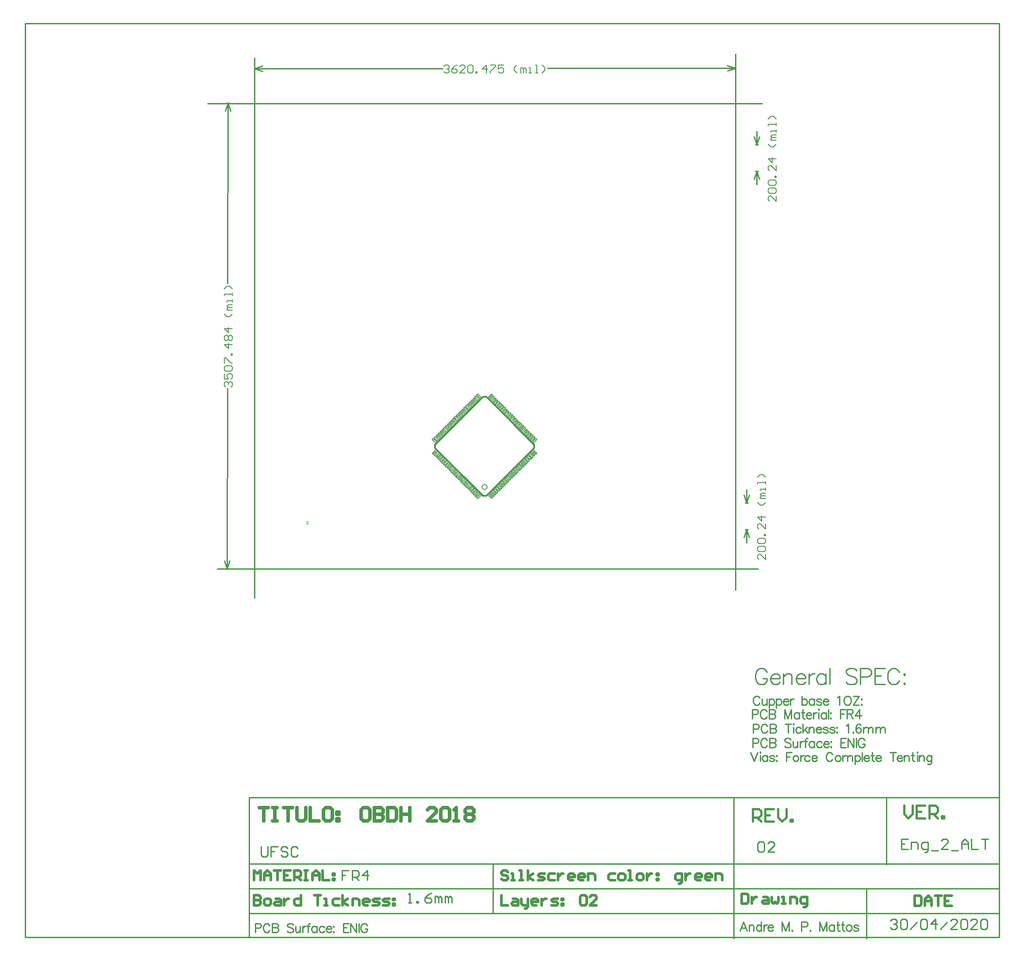
<source format=gm1>
G04*
G04 #@! TF.GenerationSoftware,Altium Limited,Altium Designer,18.1.7 (191)*
G04*
G04 Layer_Color=16711935*
%FSLAX44Y44*%
%MOMM*%
G71*
G01*
G75*
%ADD10C,0.2540*%
%ADD87C,0.5080*%
%ADD115C,0.1270*%
%ADD116C,0.0600*%
%ADD117C,0.1524*%
%ADD118C,0.4064*%
%ADD119C,0.6350*%
D10*
X663903Y761900D02*
X664000Y1795700D01*
X1602740Y943925D02*
X1607820D01*
X1602740Y893064D02*
X1607820D01*
X1605280Y943925D02*
X1610360Y959165D01*
X1600200D02*
X1605280Y943925D01*
Y893064D02*
X1610360Y877824D01*
X1600200D02*
X1605280Y893064D01*
Y943925D02*
Y969325D01*
Y867664D02*
Y893064D01*
X2088622Y113700D02*
Y1861700D01*
X1583697Y1778940D02*
X1583703Y1773860D01*
X664097Y1777840D02*
X664103Y1772760D01*
X1568466Y1771302D02*
X1583700Y1776400D01*
X1568454Y1781462D02*
X1583700Y1776400D01*
X664100Y1775300D02*
X679346Y1770238D01*
X664100Y1775300D02*
X679334Y1780398D01*
X1224453Y1775970D02*
X1583700Y1776400D01*
X664100Y1775300D02*
X1023347Y1775730D01*
X610160Y1709004D02*
X615240Y1708996D01*
X608860Y818104D02*
X613940Y818096D01*
X612700Y1709000D02*
X617758Y1693753D01*
X607598Y1693767D02*
X612700Y1709000D01*
X611400Y818100D02*
X616502Y833333D01*
X606342Y833347D02*
X611400Y818100D01*
X612197Y1364103D02*
X612700Y1709000D01*
X611400Y818100D02*
X611903Y1162997D01*
X1583801Y777500D02*
X1583898Y1803200D01*
X593100Y818100D02*
X1627300Y818003D01*
X573700Y1708800D02*
X1635300Y1708700D01*
X1622552Y1629918D02*
X1627632D01*
X1622552Y1579057D02*
X1627632D01*
X1625092Y1629918D02*
X1630172Y1645158D01*
X1620012D02*
X1625092Y1629918D01*
Y1579057D02*
X1630172Y1563817D01*
X1620012D02*
X1625092Y1579057D01*
Y1629918D02*
Y1655318D01*
Y1553657D02*
Y1579057D01*
X224900Y112800D02*
Y1861700D01*
Y112800D02*
X652400D01*
X646400D02*
X2088622D01*
X224900Y1861700D02*
X2088622D01*
X1873047Y251338D02*
Y380300D01*
X1834622Y110191D02*
Y205441D01*
X653522Y380066D02*
X2088622D01*
X1580622Y157816D02*
X2088622D01*
X653522Y253066D02*
X2087547D01*
X653522Y205441D02*
X2088622D01*
X1580622Y110191D02*
Y380066D01*
X653522Y157816D02*
X1987022D01*
X2088622Y112800D02*
Y380575D01*
X1120247Y157816D02*
Y253066D01*
X653522Y112800D02*
Y380066D01*
X1613300Y466400D02*
X1619890Y449100D01*
X1626481Y466400D02*
X1619890Y449100D01*
X1630353Y466400D02*
X1631177Y465576D01*
X1632000Y466400D01*
X1631177Y467224D01*
X1630353Y466400D01*
X1631177Y460633D02*
Y449100D01*
X1644934Y460633D02*
Y449100D01*
Y458162D02*
X1643287Y459810D01*
X1641639Y460633D01*
X1639168D01*
X1637520Y459810D01*
X1635872Y458162D01*
X1635049Y455690D01*
Y454043D01*
X1635872Y451572D01*
X1637520Y449924D01*
X1639168Y449100D01*
X1641639D01*
X1643287Y449924D01*
X1644934Y451572D01*
X1658610Y458162D02*
X1657786Y459810D01*
X1655314Y460633D01*
X1652843D01*
X1650372Y459810D01*
X1649548Y458162D01*
X1650372Y456514D01*
X1652019Y455690D01*
X1656138Y454867D01*
X1657786Y454043D01*
X1658610Y452395D01*
Y451572D01*
X1657786Y449924D01*
X1655314Y449100D01*
X1652843D01*
X1650372Y449924D01*
X1649548Y451572D01*
X1663058Y460633D02*
X1662234Y459810D01*
X1663058Y458986D01*
X1663882Y459810D01*
X1663058Y460633D01*
Y450748D02*
X1662234Y449924D01*
X1663058Y449100D01*
X1663882Y449924D01*
X1663058Y450748D01*
X1681264Y466400D02*
Y449100D01*
Y466400D02*
X1691974D01*
X1681264Y458162D02*
X1687855D01*
X1698070Y460633D02*
X1696422Y459810D01*
X1694775Y458162D01*
X1693951Y455690D01*
Y454043D01*
X1694775Y451572D01*
X1696422Y449924D01*
X1698070Y449100D01*
X1700542D01*
X1702189Y449924D01*
X1703837Y451572D01*
X1704661Y454043D01*
Y455690D01*
X1703837Y458162D01*
X1702189Y459810D01*
X1700542Y460633D01*
X1698070D01*
X1708450D02*
Y449100D01*
Y455690D02*
X1709274Y458162D01*
X1710922Y459810D01*
X1712569Y460633D01*
X1715041D01*
X1726492Y458162D02*
X1724844Y459810D01*
X1723196Y460633D01*
X1720725D01*
X1719077Y459810D01*
X1717430Y458162D01*
X1716606Y455690D01*
Y454043D01*
X1717430Y451572D01*
X1719077Y449924D01*
X1720725Y449100D01*
X1723196D01*
X1724844Y449924D01*
X1726492Y451572D01*
X1730199Y455690D02*
X1740085D01*
Y457338D01*
X1739261Y458986D01*
X1738437Y459810D01*
X1736789Y460633D01*
X1734318D01*
X1732670Y459810D01*
X1731023Y458162D01*
X1730199Y455690D01*
Y454043D01*
X1731023Y451572D01*
X1732670Y449924D01*
X1734318Y449100D01*
X1736789D01*
X1738437Y449924D01*
X1740085Y451572D01*
X1769742Y462281D02*
X1768918Y463929D01*
X1767270Y465576D01*
X1765623Y466400D01*
X1762327D01*
X1760680Y465576D01*
X1759032Y463929D01*
X1758208Y462281D01*
X1757385Y459810D01*
Y455690D01*
X1758208Y453219D01*
X1759032Y451572D01*
X1760680Y449924D01*
X1762327Y449100D01*
X1765623D01*
X1767270Y449924D01*
X1768918Y451572D01*
X1769742Y453219D01*
X1778721Y460633D02*
X1777074Y459810D01*
X1775426Y458162D01*
X1774602Y455690D01*
Y454043D01*
X1775426Y451572D01*
X1777074Y449924D01*
X1778721Y449100D01*
X1781193D01*
X1782840Y449924D01*
X1784488Y451572D01*
X1785312Y454043D01*
Y455690D01*
X1784488Y458162D01*
X1782840Y459810D01*
X1781193Y460633D01*
X1778721D01*
X1789101D02*
Y449100D01*
Y457338D02*
X1791573Y459810D01*
X1793220Y460633D01*
X1795692D01*
X1797339Y459810D01*
X1798163Y457338D01*
Y449100D01*
Y457338D02*
X1800635Y459810D01*
X1802282Y460633D01*
X1804754D01*
X1806401Y459810D01*
X1807225Y457338D01*
Y449100D01*
X1812662Y460633D02*
Y443333D01*
Y458162D02*
X1814310Y459810D01*
X1815958Y460633D01*
X1818429D01*
X1820077Y459810D01*
X1821724Y458162D01*
X1822548Y455690D01*
Y454043D01*
X1821724Y451572D01*
X1820077Y449924D01*
X1818429Y449100D01*
X1815958D01*
X1814310Y449924D01*
X1812662Y451572D01*
X1826255Y466400D02*
Y449100D01*
X1829880Y455690D02*
X1839766D01*
Y457338D01*
X1838942Y458986D01*
X1838118Y459810D01*
X1836470Y460633D01*
X1833999D01*
X1832352Y459810D01*
X1830704Y458162D01*
X1829880Y455690D01*
Y454043D01*
X1830704Y451572D01*
X1832352Y449924D01*
X1833999Y449100D01*
X1836470D01*
X1838118Y449924D01*
X1839766Y451572D01*
X1845944Y466400D02*
Y452395D01*
X1846768Y449924D01*
X1848416Y449100D01*
X1850063D01*
X1843473Y460633D02*
X1849240D01*
X1852535Y455690D02*
X1862421D01*
Y457338D01*
X1861597Y458986D01*
X1860773Y459810D01*
X1859125Y460633D01*
X1856654D01*
X1855006Y459810D01*
X1853359Y458162D01*
X1852535Y455690D01*
Y454043D01*
X1853359Y451572D01*
X1855006Y449924D01*
X1856654Y449100D01*
X1859125D01*
X1860773Y449924D01*
X1862421Y451572D01*
X1885487Y466400D02*
Y449100D01*
X1879721Y466400D02*
X1891254D01*
X1893313Y455690D02*
X1903199D01*
Y457338D01*
X1902375Y458986D01*
X1901552Y459810D01*
X1899904Y460633D01*
X1897433D01*
X1895785Y459810D01*
X1894137Y458162D01*
X1893313Y455690D01*
Y454043D01*
X1894137Y451572D01*
X1895785Y449924D01*
X1897433Y449100D01*
X1899904D01*
X1901552Y449924D01*
X1903199Y451572D01*
X1906906Y460633D02*
Y449100D01*
Y457338D02*
X1909378Y459810D01*
X1911025Y460633D01*
X1913497D01*
X1915145Y459810D01*
X1915968Y457338D01*
Y449100D01*
X1922971Y466400D02*
Y452395D01*
X1923795Y449924D01*
X1925442Y449100D01*
X1927090D01*
X1920499Y460633D02*
X1926266D01*
X1931209Y466400D02*
X1932033Y465576D01*
X1932856Y466400D01*
X1932033Y467224D01*
X1931209Y466400D01*
X1932033Y460633D02*
Y449100D01*
X1935905Y460633D02*
Y449100D01*
Y457338D02*
X1938376Y459810D01*
X1940024Y460633D01*
X1942495D01*
X1944143Y459810D01*
X1944966Y457338D01*
Y449100D01*
X1959383Y460633D02*
Y447452D01*
X1958559Y444981D01*
X1957735Y444157D01*
X1956088Y443333D01*
X1953616D01*
X1951969Y444157D01*
X1959383Y458162D02*
X1957735Y459810D01*
X1956088Y460633D01*
X1953616D01*
X1951969Y459810D01*
X1950321Y458162D01*
X1949497Y455690D01*
Y454043D01*
X1950321Y451572D01*
X1951969Y449924D01*
X1953616Y449100D01*
X1956088D01*
X1957735Y449924D01*
X1959383Y451572D01*
X676300Y286003D02*
Y270000D01*
X679500Y266800D01*
X685901D01*
X689102Y270000D01*
Y286003D01*
X708304D02*
X695502D01*
Y276401D01*
X701903D01*
X695502D01*
Y266800D01*
X727507Y282802D02*
X724306Y286003D01*
X717906D01*
X714705Y282802D01*
Y279602D01*
X717906Y276401D01*
X724306D01*
X727507Y273201D01*
Y270000D01*
X724306Y266800D01*
X717906D01*
X714705Y270000D01*
X746709Y282802D02*
X743509Y286003D01*
X737108D01*
X733908Y282802D01*
Y270000D01*
X737108Y266800D01*
X743509D01*
X746709Y270000D01*
X1880400Y144102D02*
X1883600Y147303D01*
X1890001D01*
X1893202Y144102D01*
Y140902D01*
X1890001Y137701D01*
X1886801D01*
X1890001D01*
X1893202Y134501D01*
Y131300D01*
X1890001Y128100D01*
X1883600D01*
X1880400Y131300D01*
X1899603Y144102D02*
X1902803Y147303D01*
X1909204D01*
X1912404Y144102D01*
Y131300D01*
X1909204Y128100D01*
X1902803D01*
X1899603Y131300D01*
Y144102D01*
X1918805Y128100D02*
X1931607Y140902D01*
X1938008Y144102D02*
X1941208Y147303D01*
X1947609D01*
X1950809Y144102D01*
Y131300D01*
X1947609Y128100D01*
X1941208D01*
X1938008Y131300D01*
Y144102D01*
X1966812Y128100D02*
Y147303D01*
X1957210Y137701D01*
X1970012D01*
X1976413Y128100D02*
X1989214Y140902D01*
X2008417Y128100D02*
X1995615D01*
X2008417Y140902D01*
Y144102D01*
X2005217Y147303D01*
X1998816D01*
X1995615Y144102D01*
X2014818D02*
X2018018Y147303D01*
X2024419D01*
X2027620Y144102D01*
Y131300D01*
X2024419Y128100D01*
X2018018D01*
X2014818Y131300D01*
Y144102D01*
X2046822Y128100D02*
X2034020D01*
X2046822Y140902D01*
Y144102D01*
X2043622Y147303D01*
X2037221D01*
X2034020Y144102D01*
X2053223D02*
X2056423Y147303D01*
X2062824D01*
X2066025Y144102D01*
Y131300D01*
X2062824Y128100D01*
X2056423D01*
X2053223Y131300D01*
Y144102D01*
X1914102Y300502D02*
X1901300D01*
Y281300D01*
X1914102D01*
X1901300Y290901D02*
X1907701D01*
X1920503Y281300D02*
Y294102D01*
X1930104D01*
X1933304Y290901D01*
Y281300D01*
X1946106Y274899D02*
X1949306D01*
X1952507Y278100D01*
Y294102D01*
X1942905D01*
X1939705Y290901D01*
Y284500D01*
X1942905Y281300D01*
X1952507D01*
X1958908Y278100D02*
X1971709D01*
X1990912Y281300D02*
X1978110D01*
X1990912Y294102D01*
Y297302D01*
X1987711Y300502D01*
X1981311D01*
X1978110Y297302D01*
X1997313Y278100D02*
X2010114D01*
X2016515Y281300D02*
Y294102D01*
X2022916Y300502D01*
X2029317Y294102D01*
Y281300D01*
Y290901D01*
X2016515D01*
X2035718Y300502D02*
Y281300D01*
X2048520D01*
X2054920Y300502D02*
X2067722D01*
X2061321D01*
Y281300D01*
X1626660Y291797D02*
X1629861Y294997D01*
X1636261D01*
X1639462Y291797D01*
Y278995D01*
X1636261Y275795D01*
X1629861D01*
X1626660Y278995D01*
Y291797D01*
X1658664Y275795D02*
X1645863D01*
X1658664Y288596D01*
Y291797D01*
X1655464Y294997D01*
X1649063D01*
X1645863Y291797D01*
X844123Y240518D02*
X831322D01*
Y230917D01*
X837722D01*
X831322D01*
Y221316D01*
X850524D02*
Y240518D01*
X860126D01*
X863326Y237318D01*
Y230917D01*
X860126Y227717D01*
X850524D01*
X856925D02*
X863326Y221316D01*
X879328D02*
Y240518D01*
X869727Y230917D01*
X882528D01*
X958018Y178190D02*
X964419D01*
X961219D01*
Y197393D01*
X958018Y194192D01*
X974020Y178190D02*
Y181390D01*
X977221D01*
Y178190D01*
X974020D01*
X1002824Y197393D02*
X996423Y194192D01*
X990023Y187791D01*
Y181390D01*
X993223Y178190D01*
X999624D01*
X1002824Y181390D01*
Y184591D01*
X999624Y187791D01*
X990023D01*
X1009225Y178190D02*
Y190992D01*
X1012426D01*
X1015626Y187791D01*
Y178190D01*
Y187791D01*
X1018826Y190992D01*
X1022027Y187791D01*
Y178190D01*
X1028428D02*
Y190992D01*
X1031628D01*
X1034828Y187791D01*
Y178190D01*
Y187791D01*
X1038029Y190992D01*
X1041229Y187791D01*
Y178190D01*
X1644256Y619959D02*
X1642782Y622906D01*
X1639834Y625854D01*
X1636887Y627328D01*
X1630992D01*
X1628044Y625854D01*
X1625096Y622906D01*
X1623623Y619959D01*
X1622149Y615537D01*
Y608168D01*
X1623623Y603747D01*
X1625096Y600799D01*
X1628044Y597852D01*
X1630992Y596378D01*
X1636887D01*
X1639834Y597852D01*
X1642782Y600799D01*
X1644256Y603747D01*
Y608168D01*
X1636887D02*
X1644256D01*
X1651330D02*
X1669016D01*
Y611116D01*
X1667542Y614063D01*
X1666068Y615537D01*
X1663120Y617011D01*
X1658699D01*
X1655751Y615537D01*
X1652804Y612590D01*
X1651330Y608168D01*
Y605221D01*
X1652804Y600799D01*
X1655751Y597852D01*
X1658699Y596378D01*
X1663120D01*
X1666068Y597852D01*
X1669016Y600799D01*
X1675648Y617011D02*
Y596378D01*
Y611116D02*
X1680069Y615537D01*
X1683017Y617011D01*
X1687438D01*
X1690385Y615537D01*
X1691859Y611116D01*
Y596378D01*
X1699965Y608168D02*
X1717651D01*
Y611116D01*
X1716177Y614063D01*
X1714703Y615537D01*
X1711756Y617011D01*
X1707334D01*
X1704386Y615537D01*
X1701439Y612590D01*
X1699965Y608168D01*
Y605221D01*
X1701439Y600799D01*
X1704386Y597852D01*
X1707334Y596378D01*
X1711756D01*
X1714703Y597852D01*
X1717651Y600799D01*
X1724283Y617011D02*
Y596378D01*
Y608168D02*
X1725757Y612590D01*
X1728704Y615537D01*
X1731652Y617011D01*
X1736073D01*
X1756559D02*
Y596378D01*
Y612590D02*
X1753611Y615537D01*
X1750663Y617011D01*
X1746242D01*
X1743295Y615537D01*
X1740347Y612590D01*
X1738873Y608168D01*
Y605221D01*
X1740347Y600799D01*
X1743295Y597852D01*
X1746242Y596378D01*
X1750663D01*
X1753611Y597852D01*
X1756559Y600799D01*
X1764812Y627328D02*
Y596378D01*
X1816247Y622906D02*
X1813300Y625854D01*
X1808878Y627328D01*
X1802983D01*
X1798562Y625854D01*
X1795614Y622906D01*
Y619959D01*
X1797088Y617011D01*
X1798562Y615537D01*
X1801509Y614063D01*
X1810352Y611116D01*
X1813300Y609642D01*
X1814774Y608168D01*
X1816247Y605221D01*
Y600799D01*
X1813300Y597852D01*
X1808878Y596378D01*
X1802983D01*
X1798562Y597852D01*
X1795614Y600799D01*
X1823174Y611116D02*
X1836438D01*
X1840860Y612590D01*
X1842333Y614063D01*
X1843807Y617011D01*
Y621432D01*
X1842333Y624380D01*
X1840860Y625854D01*
X1836438Y627328D01*
X1823174D01*
Y596378D01*
X1869893Y627328D02*
X1850734D01*
Y596378D01*
X1869893D01*
X1850734Y612590D02*
X1862524D01*
X1897158Y619959D02*
X1895685Y622906D01*
X1892737Y625854D01*
X1889789Y627328D01*
X1883894D01*
X1880947Y625854D01*
X1877999Y622906D01*
X1876525Y619959D01*
X1875052Y615537D01*
Y608168D01*
X1876525Y603747D01*
X1877999Y600799D01*
X1880947Y597852D01*
X1883894Y596378D01*
X1889789D01*
X1892737Y597852D01*
X1895685Y600799D01*
X1897158Y603747D01*
X1907328Y617011D02*
X1905854Y615537D01*
X1907328Y614063D01*
X1908801Y615537D01*
X1907328Y617011D01*
Y599326D02*
X1905854Y597852D01*
X1907328Y596378D01*
X1908801Y597852D01*
X1907328Y599326D01*
X1630257Y570156D02*
X1629433Y571804D01*
X1627786Y573451D01*
X1626138Y574275D01*
X1622843D01*
X1621195Y573451D01*
X1619547Y571804D01*
X1618724Y570156D01*
X1617900Y567685D01*
Y563565D01*
X1618724Y561094D01*
X1619547Y559446D01*
X1621195Y557799D01*
X1622843Y556975D01*
X1626138D01*
X1627786Y557799D01*
X1629433Y559446D01*
X1630257Y561094D01*
X1635118Y568508D02*
Y560270D01*
X1635941Y557799D01*
X1637589Y556975D01*
X1640060D01*
X1641708Y557799D01*
X1644180Y560270D01*
Y568508D02*
Y556975D01*
X1648710Y568508D02*
Y551208D01*
Y566037D02*
X1650358Y567685D01*
X1652006Y568508D01*
X1654477D01*
X1656125Y567685D01*
X1657772Y566037D01*
X1658596Y563565D01*
Y561918D01*
X1657772Y559446D01*
X1656125Y557799D01*
X1654477Y556975D01*
X1652006D01*
X1650358Y557799D01*
X1648710Y559446D01*
X1662303Y568508D02*
Y551208D01*
Y566037D02*
X1663951Y567685D01*
X1665599Y568508D01*
X1668070D01*
X1669718Y567685D01*
X1671365Y566037D01*
X1672189Y563565D01*
Y561918D01*
X1671365Y559446D01*
X1669718Y557799D01*
X1668070Y556975D01*
X1665599D01*
X1663951Y557799D01*
X1662303Y559446D01*
X1675896Y563565D02*
X1685782D01*
Y565213D01*
X1684958Y566861D01*
X1684134Y567685D01*
X1682487Y568508D01*
X1680015D01*
X1678368Y567685D01*
X1676720Y566037D01*
X1675896Y563565D01*
Y561918D01*
X1676720Y559446D01*
X1678368Y557799D01*
X1680015Y556975D01*
X1682487D01*
X1684134Y557799D01*
X1685782Y559446D01*
X1689489Y568508D02*
Y556975D01*
Y563565D02*
X1690313Y566037D01*
X1691960Y567685D01*
X1693608Y568508D01*
X1696080D01*
X1711238Y574275D02*
Y556975D01*
Y566037D02*
X1712885Y567685D01*
X1714533Y568508D01*
X1717004D01*
X1718652Y567685D01*
X1720300Y566037D01*
X1721124Y563565D01*
Y561918D01*
X1720300Y559446D01*
X1718652Y557799D01*
X1717004Y556975D01*
X1714533D01*
X1712885Y557799D01*
X1711238Y559446D01*
X1734716Y568508D02*
Y556975D01*
Y566037D02*
X1733069Y567685D01*
X1731421Y568508D01*
X1728950D01*
X1727302Y567685D01*
X1725654Y566037D01*
X1724831Y563565D01*
Y561918D01*
X1725654Y559446D01*
X1727302Y557799D01*
X1728950Y556975D01*
X1731421D01*
X1733069Y557799D01*
X1734716Y559446D01*
X1748392Y566037D02*
X1747568Y567685D01*
X1745096Y568508D01*
X1742625D01*
X1740154Y567685D01*
X1739330Y566037D01*
X1740154Y564389D01*
X1741801Y563565D01*
X1745920Y562742D01*
X1747568Y561918D01*
X1748392Y560270D01*
Y559446D01*
X1747568Y557799D01*
X1745096Y556975D01*
X1742625D01*
X1740154Y557799D01*
X1739330Y559446D01*
X1752016Y563565D02*
X1761902D01*
Y565213D01*
X1761078Y566861D01*
X1760255Y567685D01*
X1758607Y568508D01*
X1756136D01*
X1754488Y567685D01*
X1752840Y566037D01*
X1752016Y563565D01*
Y561918D01*
X1752840Y559446D01*
X1754488Y557799D01*
X1756136Y556975D01*
X1758607D01*
X1760255Y557799D01*
X1761902Y559446D01*
X1779202Y570980D02*
X1780850Y571804D01*
X1783321Y574275D01*
Y556975D01*
X1796832Y574275D02*
X1795184Y573451D01*
X1793537Y571804D01*
X1792713Y570156D01*
X1791889Y567685D01*
Y563565D01*
X1792713Y561094D01*
X1793537Y559446D01*
X1795184Y557799D01*
X1796832Y556975D01*
X1800127D01*
X1801775Y557799D01*
X1803422Y559446D01*
X1804246Y561094D01*
X1805070Y563565D01*
Y567685D01*
X1804246Y570156D01*
X1803422Y571804D01*
X1801775Y573451D01*
X1800127Y574275D01*
X1796832D01*
X1820640D02*
X1809106Y556975D01*
Y574275D02*
X1820640D01*
X1809106Y556975D02*
X1820640D01*
X1825336Y568508D02*
X1824512Y567685D01*
X1825336Y566861D01*
X1826159Y567685D01*
X1825336Y568508D01*
Y558623D02*
X1824512Y557799D01*
X1825336Y556975D01*
X1826159Y557799D01*
X1825336Y558623D01*
X1616102Y539138D02*
X1623516D01*
X1625987Y539962D01*
X1626811Y540786D01*
X1627635Y542433D01*
Y544905D01*
X1626811Y546553D01*
X1625987Y547376D01*
X1623516Y548200D01*
X1616102D01*
Y530900D01*
X1643864Y544081D02*
X1643040Y545729D01*
X1641393Y547376D01*
X1639745Y548200D01*
X1636450D01*
X1634802Y547376D01*
X1633154Y545729D01*
X1632331Y544081D01*
X1631507Y541610D01*
Y537491D01*
X1632331Y535019D01*
X1633154Y533372D01*
X1634802Y531724D01*
X1636450Y530900D01*
X1639745D01*
X1641393Y531724D01*
X1643040Y533372D01*
X1643864Y535019D01*
X1648725Y548200D02*
Y530900D01*
Y548200D02*
X1656139D01*
X1658610Y547376D01*
X1659434Y546553D01*
X1660258Y544905D01*
Y543257D01*
X1659434Y541610D01*
X1658610Y540786D01*
X1656139Y539962D01*
X1648725D02*
X1656139D01*
X1658610Y539138D01*
X1659434Y538314D01*
X1660258Y536667D01*
Y534195D01*
X1659434Y532548D01*
X1658610Y531724D01*
X1656139Y530900D01*
X1648725D01*
X1677723Y548200D02*
Y530900D01*
Y548200D02*
X1684313Y530900D01*
X1690904Y548200D02*
X1684313Y530900D01*
X1690904Y548200D02*
Y530900D01*
X1705732Y542433D02*
Y530900D01*
Y539962D02*
X1704085Y541610D01*
X1702437Y542433D01*
X1699966D01*
X1698318Y541610D01*
X1696670Y539962D01*
X1695847Y537491D01*
Y535843D01*
X1696670Y533372D01*
X1698318Y531724D01*
X1699966Y530900D01*
X1702437D01*
X1704085Y531724D01*
X1705732Y533372D01*
X1712817Y548200D02*
Y534195D01*
X1713641Y531724D01*
X1715289Y530900D01*
X1716936D01*
X1710346Y542433D02*
X1716112D01*
X1719408Y537491D02*
X1729293D01*
Y539138D01*
X1728470Y540786D01*
X1727646Y541610D01*
X1725998Y542433D01*
X1723527D01*
X1721879Y541610D01*
X1720231Y539962D01*
X1719408Y537491D01*
Y535843D01*
X1720231Y533372D01*
X1721879Y531724D01*
X1723527Y530900D01*
X1725998D01*
X1727646Y531724D01*
X1729293Y533372D01*
X1733000Y542433D02*
Y530900D01*
Y537491D02*
X1733824Y539962D01*
X1735472Y541610D01*
X1737120Y542433D01*
X1739591D01*
X1742804Y548200D02*
X1743628Y547376D01*
X1744451Y548200D01*
X1743628Y549024D01*
X1742804Y548200D01*
X1743628Y542433D02*
Y530900D01*
X1757385Y542433D02*
Y530900D01*
Y539962D02*
X1755738Y541610D01*
X1754090Y542433D01*
X1751619D01*
X1749971Y541610D01*
X1748323Y539962D01*
X1747500Y537491D01*
Y535843D01*
X1748323Y533372D01*
X1749971Y531724D01*
X1751619Y530900D01*
X1754090D01*
X1755738Y531724D01*
X1757385Y533372D01*
X1761999Y548200D02*
Y530900D01*
X1766447Y542433D02*
X1765623Y541610D01*
X1766447Y540786D01*
X1767271Y541610D01*
X1766447Y542433D01*
Y532548D02*
X1765623Y531724D01*
X1766447Y530900D01*
X1767271Y531724D01*
X1766447Y532548D01*
X1784653Y548200D02*
Y530900D01*
Y548200D02*
X1795363D01*
X1784653Y539962D02*
X1791244D01*
X1797340Y548200D02*
Y530900D01*
Y548200D02*
X1804754D01*
X1807226Y547376D01*
X1808050Y546553D01*
X1808873Y544905D01*
Y543257D01*
X1808050Y541610D01*
X1807226Y540786D01*
X1804754Y539962D01*
X1797340D01*
X1803107D02*
X1808873Y530900D01*
X1820984Y548200D02*
X1812745Y536667D01*
X1825103D01*
X1820984Y548200D02*
Y530900D01*
X1617588Y511644D02*
X1625002D01*
X1627473Y512468D01*
X1628297Y513292D01*
X1629121Y514939D01*
Y517411D01*
X1628297Y519058D01*
X1627473Y519882D01*
X1625002Y520706D01*
X1617588D01*
Y503406D01*
X1645350Y516587D02*
X1644526Y518234D01*
X1642879Y519882D01*
X1641231Y520706D01*
X1637936D01*
X1636288Y519882D01*
X1634641Y518234D01*
X1633817Y516587D01*
X1632993Y514115D01*
Y509996D01*
X1633817Y507525D01*
X1634641Y505877D01*
X1636288Y504230D01*
X1637936Y503406D01*
X1641231D01*
X1642879Y504230D01*
X1644526Y505877D01*
X1645350Y507525D01*
X1650211Y520706D02*
Y503406D01*
Y520706D02*
X1657625D01*
X1660096Y519882D01*
X1660920Y519058D01*
X1661744Y517411D01*
Y515763D01*
X1660920Y514115D01*
X1660096Y513292D01*
X1657625Y512468D01*
X1650211D02*
X1657625D01*
X1660096Y511644D01*
X1660920Y510820D01*
X1661744Y509173D01*
Y506701D01*
X1660920Y505053D01*
X1660096Y504230D01*
X1657625Y503406D01*
X1650211D01*
X1684976Y520706D02*
Y503406D01*
X1679209Y520706D02*
X1690742D01*
X1694449D02*
X1695273Y519882D01*
X1696097Y520706D01*
X1695273Y521530D01*
X1694449Y520706D01*
X1695273Y514939D02*
Y503406D01*
X1709031Y512468D02*
X1707383Y514115D01*
X1705736Y514939D01*
X1703264D01*
X1701617Y514115D01*
X1699969Y512468D01*
X1699145Y509996D01*
Y508349D01*
X1699969Y505877D01*
X1701617Y504230D01*
X1703264Y503406D01*
X1705736D01*
X1707383Y504230D01*
X1709031Y505877D01*
X1712738Y520706D02*
Y503406D01*
X1720976Y514939D02*
X1712738Y506701D01*
X1716033Y509996D02*
X1721800Y503406D01*
X1724518Y514939D02*
Y503406D01*
Y511644D02*
X1726990Y514115D01*
X1728638Y514939D01*
X1731109D01*
X1732757Y514115D01*
X1733580Y511644D01*
Y503406D01*
X1738111Y509996D02*
X1747997D01*
Y511644D01*
X1747173Y513292D01*
X1746349Y514115D01*
X1744702Y514939D01*
X1742230D01*
X1740583Y514115D01*
X1738935Y512468D01*
X1738111Y509996D01*
Y508349D01*
X1738935Y505877D01*
X1740583Y504230D01*
X1742230Y503406D01*
X1744702D01*
X1746349Y504230D01*
X1747997Y505877D01*
X1760766Y512468D02*
X1759942Y514115D01*
X1757471Y514939D01*
X1755000D01*
X1752528Y514115D01*
X1751704Y512468D01*
X1752528Y510820D01*
X1754176Y509996D01*
X1758295Y509173D01*
X1759942Y508349D01*
X1760766Y506701D01*
Y505877D01*
X1759942Y504230D01*
X1757471Y503406D01*
X1755000D01*
X1752528Y504230D01*
X1751704Y505877D01*
X1773453Y512468D02*
X1772629Y514115D01*
X1770158Y514939D01*
X1767686D01*
X1765215Y514115D01*
X1764391Y512468D01*
X1765215Y510820D01*
X1766862Y509996D01*
X1770981Y509173D01*
X1772629Y508349D01*
X1773453Y506701D01*
Y505877D01*
X1772629Y504230D01*
X1770158Y503406D01*
X1767686D01*
X1765215Y504230D01*
X1764391Y505877D01*
X1777901Y514939D02*
X1777078Y514115D01*
X1777901Y513292D01*
X1778725Y514115D01*
X1777901Y514939D01*
Y505053D02*
X1777078Y504230D01*
X1777901Y503406D01*
X1778725Y504230D01*
X1777901Y505053D01*
X1796108Y517411D02*
X1797755Y518234D01*
X1800227Y520706D01*
Y503406D01*
X1809618Y505053D02*
X1808794Y504230D01*
X1809618Y503406D01*
X1810442Y504230D01*
X1809618Y505053D01*
X1824117Y518234D02*
X1823293Y519882D01*
X1820822Y520706D01*
X1819174D01*
X1816703Y519882D01*
X1815055Y517411D01*
X1814232Y513292D01*
Y509173D01*
X1815055Y505877D01*
X1816703Y504230D01*
X1819174Y503406D01*
X1819998D01*
X1822470Y504230D01*
X1824117Y505877D01*
X1824941Y508349D01*
Y509173D01*
X1824117Y511644D01*
X1822470Y513292D01*
X1819998Y514115D01*
X1819174D01*
X1816703Y513292D01*
X1815055Y511644D01*
X1814232Y509173D01*
X1828731Y514939D02*
Y503406D01*
Y511644D02*
X1831202Y514115D01*
X1832850Y514939D01*
X1835321D01*
X1836969Y514115D01*
X1837793Y511644D01*
Y503406D01*
Y511644D02*
X1840264Y514115D01*
X1841912Y514939D01*
X1844383D01*
X1846031Y514115D01*
X1846855Y511644D01*
Y503406D01*
X1852292Y514939D02*
Y503406D01*
Y511644D02*
X1854763Y514115D01*
X1856411Y514939D01*
X1858882D01*
X1860530Y514115D01*
X1861354Y511644D01*
Y503406D01*
Y511644D02*
X1863825Y514115D01*
X1865473Y514939D01*
X1867944D01*
X1869592Y514115D01*
X1870415Y511644D01*
Y503406D01*
X1616845Y484150D02*
X1624259D01*
X1626730Y484974D01*
X1627554Y485798D01*
X1628378Y487445D01*
Y489917D01*
X1627554Y491564D01*
X1626730Y492388D01*
X1624259Y493212D01*
X1616845D01*
Y475912D01*
X1644607Y489093D02*
X1643783Y490740D01*
X1642136Y492388D01*
X1640488Y493212D01*
X1637193D01*
X1635545Y492388D01*
X1633898Y490740D01*
X1633074Y489093D01*
X1632250Y486621D01*
Y482502D01*
X1633074Y480031D01*
X1633898Y478383D01*
X1635545Y476736D01*
X1637193Y475912D01*
X1640488D01*
X1642136Y476736D01*
X1643783Y478383D01*
X1644607Y480031D01*
X1649468Y493212D02*
Y475912D01*
Y493212D02*
X1656882D01*
X1659353Y492388D01*
X1660177Y491564D01*
X1661001Y489917D01*
Y488269D01*
X1660177Y486621D01*
X1659353Y485798D01*
X1656882Y484974D01*
X1649468D02*
X1656882D01*
X1659353Y484150D01*
X1660177Y483326D01*
X1661001Y481679D01*
Y479207D01*
X1660177Y477559D01*
X1659353Y476736D01*
X1656882Y475912D01*
X1649468D01*
X1689999Y490740D02*
X1688351Y492388D01*
X1685880Y493212D01*
X1682585D01*
X1680113Y492388D01*
X1678466Y490740D01*
Y489093D01*
X1679290Y487445D01*
X1680113Y486621D01*
X1681761Y485798D01*
X1686704Y484150D01*
X1688351Y483326D01*
X1689175Y482502D01*
X1689999Y480855D01*
Y478383D01*
X1688351Y476736D01*
X1685880Y475912D01*
X1682585D01*
X1680113Y476736D01*
X1678466Y478383D01*
X1693871Y487445D02*
Y479207D01*
X1694695Y476736D01*
X1696342Y475912D01*
X1698814D01*
X1700461Y476736D01*
X1702933Y479207D01*
Y487445D02*
Y475912D01*
X1707464Y487445D02*
Y475912D01*
Y482502D02*
X1708288Y484974D01*
X1709935Y486621D01*
X1711583Y487445D01*
X1714054D01*
X1722210Y493212D02*
X1720562D01*
X1718915Y492388D01*
X1718091Y489917D01*
Y475912D01*
X1715620Y487445D02*
X1721386D01*
X1734567D02*
Y475912D01*
Y484974D02*
X1732920Y486621D01*
X1731272Y487445D01*
X1728801D01*
X1727153Y486621D01*
X1725505Y484974D01*
X1724682Y482502D01*
Y480855D01*
X1725505Y478383D01*
X1727153Y476736D01*
X1728801Y475912D01*
X1731272D01*
X1732920Y476736D01*
X1734567Y478383D01*
X1749066Y484974D02*
X1747419Y486621D01*
X1745771Y487445D01*
X1743300D01*
X1741652Y486621D01*
X1740004Y484974D01*
X1739181Y482502D01*
Y480855D01*
X1740004Y478383D01*
X1741652Y476736D01*
X1743300Y475912D01*
X1745771D01*
X1747419Y476736D01*
X1749066Y478383D01*
X1752774Y482502D02*
X1762659D01*
Y484150D01*
X1761835Y485798D01*
X1761012Y486621D01*
X1759364Y487445D01*
X1756893D01*
X1755245Y486621D01*
X1753597Y484974D01*
X1752774Y482502D01*
Y480855D01*
X1753597Y478383D01*
X1755245Y476736D01*
X1756893Y475912D01*
X1759364D01*
X1761012Y476736D01*
X1762659Y478383D01*
X1767190Y487445D02*
X1766366Y486621D01*
X1767190Y485798D01*
X1768014Y486621D01*
X1767190Y487445D01*
Y477559D02*
X1766366Y476736D01*
X1767190Y475912D01*
X1768014Y476736D01*
X1767190Y477559D01*
X1796106Y493212D02*
X1785397D01*
Y475912D01*
X1796106D01*
X1785397Y484974D02*
X1791987D01*
X1798989Y493212D02*
Y475912D01*
Y493212D02*
X1810523Y475912D01*
Y493212D02*
Y475912D01*
X1815301Y493212D02*
Y475912D01*
X1831283Y489093D02*
X1830459Y490740D01*
X1828811Y492388D01*
X1827164Y493212D01*
X1823869D01*
X1822221Y492388D01*
X1820573Y490740D01*
X1819749Y489093D01*
X1818926Y486621D01*
Y482502D01*
X1819749Y480031D01*
X1820573Y478383D01*
X1822221Y476736D01*
X1823869Y475912D01*
X1827164D01*
X1828811Y476736D01*
X1830459Y478383D01*
X1831283Y480031D01*
Y482502D01*
X1827164D02*
X1831283D01*
X1605974Y124659D02*
X1599384Y141959D01*
X1592793Y124659D01*
X1595264Y130426D02*
X1603503D01*
X1610011Y136193D02*
Y124659D01*
Y132897D02*
X1612482Y135369D01*
X1614130Y136193D01*
X1616601D01*
X1618249Y135369D01*
X1619073Y132897D01*
Y124659D01*
X1633489Y141959D02*
Y124659D01*
Y133721D02*
X1631842Y135369D01*
X1630194Y136193D01*
X1627723D01*
X1626075Y135369D01*
X1624427Y133721D01*
X1623604Y131250D01*
Y129602D01*
X1624427Y127131D01*
X1626075Y125483D01*
X1627723Y124659D01*
X1630194D01*
X1631842Y125483D01*
X1633489Y127131D01*
X1638103Y136193D02*
Y124659D01*
Y131250D02*
X1638927Y133721D01*
X1640574Y135369D01*
X1642222Y136193D01*
X1644693D01*
X1646258Y131250D02*
X1656144D01*
Y132897D01*
X1655320Y134545D01*
X1654496Y135369D01*
X1652849Y136193D01*
X1650378D01*
X1648730Y135369D01*
X1647082Y133721D01*
X1646258Y131250D01*
Y129602D01*
X1647082Y127131D01*
X1648730Y125483D01*
X1650378Y124659D01*
X1652849D01*
X1654496Y125483D01*
X1656144Y127131D01*
X1673444Y141959D02*
Y124659D01*
Y141959D02*
X1680035Y124659D01*
X1686625Y141959D02*
X1680035Y124659D01*
X1686625Y141959D02*
Y124659D01*
X1692392Y126307D02*
X1691568Y125483D01*
X1692392Y124659D01*
X1693216Y125483D01*
X1692392Y126307D01*
X1710598Y132897D02*
X1718012D01*
X1720484Y133721D01*
X1721308Y134545D01*
X1722131Y136193D01*
Y138664D01*
X1721308Y140311D01*
X1720484Y141135D01*
X1718012Y141959D01*
X1710598D01*
Y124659D01*
X1726827Y126307D02*
X1726003Y125483D01*
X1726827Y124659D01*
X1727651Y125483D01*
X1726827Y126307D01*
X1745033Y141959D02*
Y124659D01*
Y141959D02*
X1751624Y124659D01*
X1758214Y141959D02*
X1751624Y124659D01*
X1758214Y141959D02*
Y124659D01*
X1773043Y136193D02*
Y124659D01*
Y133721D02*
X1771395Y135369D01*
X1769748Y136193D01*
X1767276D01*
X1765629Y135369D01*
X1763981Y133721D01*
X1763157Y131250D01*
Y129602D01*
X1763981Y127131D01*
X1765629Y125483D01*
X1767276Y124659D01*
X1769748D01*
X1771395Y125483D01*
X1773043Y127131D01*
X1780128Y141959D02*
Y127954D01*
X1780952Y125483D01*
X1782599Y124659D01*
X1784247D01*
X1777656Y136193D02*
X1783423D01*
X1789190Y141959D02*
Y127954D01*
X1790013Y125483D01*
X1791661Y124659D01*
X1793309D01*
X1786718Y136193D02*
X1792485D01*
X1799899D02*
X1798252Y135369D01*
X1796604Y133721D01*
X1795780Y131250D01*
Y129602D01*
X1796604Y127131D01*
X1798252Y125483D01*
X1799899Y124659D01*
X1802371D01*
X1804018Y125483D01*
X1805666Y127131D01*
X1806490Y129602D01*
Y131250D01*
X1805666Y133721D01*
X1804018Y135369D01*
X1802371Y136193D01*
X1799899D01*
X1819341Y133721D02*
X1818517Y135369D01*
X1816046Y136193D01*
X1813575D01*
X1811103Y135369D01*
X1810279Y133721D01*
X1811103Y132073D01*
X1812751Y131250D01*
X1816870Y130426D01*
X1818517Y129602D01*
X1819341Y127954D01*
Y127131D01*
X1818517Y125483D01*
X1816046Y124659D01*
X1813575D01*
X1811103Y125483D01*
X1810279Y127131D01*
X665158Y129954D02*
X672572D01*
X675043Y130778D01*
X675867Y131602D01*
X676691Y133249D01*
Y135721D01*
X675867Y137368D01*
X675043Y138192D01*
X672572Y139016D01*
X665158D01*
Y121716D01*
X692920Y134897D02*
X692096Y136545D01*
X690449Y138192D01*
X688801Y139016D01*
X685506D01*
X683858Y138192D01*
X682211Y136545D01*
X681387Y134897D01*
X680563Y132426D01*
Y128307D01*
X681387Y125835D01*
X682211Y124187D01*
X683858Y122540D01*
X685506Y121716D01*
X688801D01*
X690449Y122540D01*
X692096Y124187D01*
X692920Y125835D01*
X697781Y139016D02*
Y121716D01*
Y139016D02*
X705195D01*
X707666Y138192D01*
X708490Y137368D01*
X709314Y135721D01*
Y134073D01*
X708490Y132426D01*
X707666Y131602D01*
X705195Y130778D01*
X697781D02*
X705195D01*
X707666Y129954D01*
X708490Y129130D01*
X709314Y127483D01*
Y125011D01*
X708490Y123364D01*
X707666Y122540D01*
X705195Y121716D01*
X697781D01*
X738312Y136545D02*
X736665Y138192D01*
X734193Y139016D01*
X730898D01*
X728427Y138192D01*
X726779Y136545D01*
Y134897D01*
X727603Y133249D01*
X728427Y132426D01*
X730074Y131602D01*
X735017Y129954D01*
X736665Y129130D01*
X737488Y128307D01*
X738312Y126659D01*
Y124187D01*
X736665Y122540D01*
X734193Y121716D01*
X730898D01*
X728427Y122540D01*
X726779Y124187D01*
X742184Y133249D02*
Y125011D01*
X743008Y122540D01*
X744656Y121716D01*
X747127D01*
X748775Y122540D01*
X751246Y125011D01*
Y133249D02*
Y121716D01*
X755777Y133249D02*
Y121716D01*
Y128307D02*
X756601Y130778D01*
X758249Y132426D01*
X759896Y133249D01*
X762368D01*
X770523Y139016D02*
X768876D01*
X767228Y138192D01*
X766404Y135721D01*
Y121716D01*
X763933Y133249D02*
X769699D01*
X782880D02*
Y121716D01*
Y130778D02*
X781233Y132426D01*
X779585Y133249D01*
X777114D01*
X775466Y132426D01*
X773819Y130778D01*
X772995Y128307D01*
Y126659D01*
X773819Y124187D01*
X775466Y122540D01*
X777114Y121716D01*
X779585D01*
X781233Y122540D01*
X782880Y124187D01*
X797380Y130778D02*
X795732Y132426D01*
X794084Y133249D01*
X791613D01*
X789965Y132426D01*
X788318Y130778D01*
X787494Y128307D01*
Y126659D01*
X788318Y124187D01*
X789965Y122540D01*
X791613Y121716D01*
X794084D01*
X795732Y122540D01*
X797380Y124187D01*
X801087Y128307D02*
X810972D01*
Y129954D01*
X810149Y131602D01*
X809325Y132426D01*
X807677Y133249D01*
X805206D01*
X803558Y132426D01*
X801910Y130778D01*
X801087Y128307D01*
Y126659D01*
X801910Y124187D01*
X803558Y122540D01*
X805206Y121716D01*
X807677D01*
X809325Y122540D01*
X810972Y124187D01*
X815503Y133249D02*
X814680Y132426D01*
X815503Y131602D01*
X816327Y132426D01*
X815503Y133249D01*
Y123364D02*
X814680Y122540D01*
X815503Y121716D01*
X816327Y122540D01*
X815503Y123364D01*
X844419Y139016D02*
X833710D01*
Y121716D01*
X844419D01*
X833710Y130778D02*
X840300D01*
X847302Y139016D02*
Y121716D01*
Y139016D02*
X858836Y121716D01*
Y139016D02*
Y121716D01*
X863614Y139016D02*
Y121716D01*
X879596Y134897D02*
X878772Y136545D01*
X877124Y138192D01*
X875477Y139016D01*
X872182D01*
X870534Y138192D01*
X868886Y136545D01*
X868063Y134897D01*
X867239Y132426D01*
Y128307D01*
X868063Y125835D01*
X868886Y124187D01*
X870534Y122540D01*
X872182Y121716D01*
X875477D01*
X877124Y122540D01*
X878772Y124187D01*
X879596Y125835D01*
Y128307D01*
X875477D02*
X879596D01*
D87*
X1927332Y191877D02*
Y172675D01*
X1936933D01*
X1940133Y175875D01*
Y188677D01*
X1936933Y191877D01*
X1927332D01*
X1946534Y172675D02*
Y185477D01*
X1952935Y191877D01*
X1959336Y185477D01*
Y172675D01*
Y182276D01*
X1946534D01*
X1965737Y191877D02*
X1978538D01*
X1972138D01*
Y172675D01*
X1997741Y191877D02*
X1984939D01*
Y172675D01*
X1997741D01*
X1984939Y182276D02*
X1991340D01*
X663047Y221316D02*
Y240518D01*
X669447Y234118D01*
X675848Y240518D01*
Y221316D01*
X682249D02*
Y234118D01*
X688650Y240518D01*
X695051Y234118D01*
Y221316D01*
Y230917D01*
X682249D01*
X701452Y240518D02*
X714253D01*
X707853D01*
Y221316D01*
X733456Y240518D02*
X720654D01*
Y221316D01*
X733456D01*
X720654Y230917D02*
X727055D01*
X739857Y221316D02*
Y240518D01*
X749458D01*
X752658Y237318D01*
Y230917D01*
X749458Y227717D01*
X739857D01*
X746258D02*
X752658Y221316D01*
X759059Y240518D02*
X765460D01*
X762260D01*
Y221316D01*
X759059D01*
X765460D01*
X775061D02*
Y234118D01*
X781462Y240518D01*
X787863Y234118D01*
Y221316D01*
Y230917D01*
X775061D01*
X794264Y240518D02*
Y221316D01*
X807066D01*
X813467Y234118D02*
X816667D01*
Y230917D01*
X813467D01*
Y234118D01*
Y224516D02*
X816667D01*
Y221316D01*
X813467D01*
Y224516D01*
X1596183Y195837D02*
Y176634D01*
X1605785D01*
X1608985Y179834D01*
Y192636D01*
X1605785Y195837D01*
X1596183D01*
X1615386Y189436D02*
Y176634D01*
Y183035D01*
X1618586Y186235D01*
X1621787Y189436D01*
X1624987D01*
X1637789D02*
X1644190D01*
X1647390Y186235D01*
Y176634D01*
X1637789D01*
X1634589Y179834D01*
X1637789Y183035D01*
X1647390D01*
X1653791Y189436D02*
Y179834D01*
X1656992Y176634D01*
X1660192Y179834D01*
X1663392Y176634D01*
X1666593Y179834D01*
Y189436D01*
X1672994Y176634D02*
X1679395D01*
X1676194D01*
Y189436D01*
X1672994D01*
X1688996Y176634D02*
Y189436D01*
X1698597D01*
X1701798Y186235D01*
Y176634D01*
X1714599Y170233D02*
X1717800D01*
X1721000Y173433D01*
Y189436D01*
X1711399D01*
X1708198Y186235D01*
Y179834D01*
X1711399Y176634D01*
X1721000D01*
X1148923Y237318D02*
X1145723Y240518D01*
X1139322D01*
X1136122Y237318D01*
Y234118D01*
X1139322Y230917D01*
X1145723D01*
X1148923Y227717D01*
Y224516D01*
X1145723Y221316D01*
X1139322D01*
X1136122Y224516D01*
X1155324Y221316D02*
X1161725D01*
X1158525D01*
Y234118D01*
X1155324D01*
X1171326Y221316D02*
X1177727D01*
X1174527D01*
Y240518D01*
X1171326D01*
X1187328Y221316D02*
Y240518D01*
Y227717D02*
X1196930Y234118D01*
X1187328Y227717D02*
X1196930Y221316D01*
X1206531D02*
X1216132D01*
X1219333Y224516D01*
X1216132Y227717D01*
X1209731D01*
X1206531Y230917D01*
X1209731Y234118D01*
X1219333D01*
X1238535D02*
X1228934D01*
X1225733Y230917D01*
Y224516D01*
X1228934Y221316D01*
X1238535D01*
X1244936Y234118D02*
Y221316D01*
Y227717D01*
X1248137Y230917D01*
X1251337Y234118D01*
X1254537D01*
X1273740Y221316D02*
X1267339D01*
X1264139Y224516D01*
Y230917D01*
X1267339Y234118D01*
X1273740D01*
X1276940Y230917D01*
Y227717D01*
X1264139D01*
X1292943Y221316D02*
X1286542D01*
X1283341Y224516D01*
Y230917D01*
X1286542Y234118D01*
X1292943D01*
X1296143Y230917D01*
Y227717D01*
X1283341D01*
X1302544Y221316D02*
Y234118D01*
X1312145D01*
X1315345Y230917D01*
Y221316D01*
X1353751Y234118D02*
X1344149D01*
X1340949Y230917D01*
Y224516D01*
X1344149Y221316D01*
X1353751D01*
X1363352D02*
X1369753D01*
X1372953Y224516D01*
Y230917D01*
X1369753Y234118D01*
X1363352D01*
X1360151Y230917D01*
Y224516D01*
X1363352Y221316D01*
X1379354D02*
X1385755D01*
X1382554D01*
Y240518D01*
X1379354D01*
X1398557Y221316D02*
X1404957D01*
X1408158Y224516D01*
Y230917D01*
X1404957Y234118D01*
X1398557D01*
X1395356Y230917D01*
Y224516D01*
X1398557Y221316D01*
X1414559Y234118D02*
Y221316D01*
Y227717D01*
X1417759Y230917D01*
X1420959Y234118D01*
X1424160D01*
X1433761D02*
X1436962D01*
Y230917D01*
X1433761D01*
Y234118D01*
Y224516D02*
X1436962D01*
Y221316D01*
X1433761D01*
Y224516D01*
X1475367Y214915D02*
X1478567D01*
X1481768Y218116D01*
Y234118D01*
X1472166D01*
X1468966Y230917D01*
Y224516D01*
X1472166Y221316D01*
X1481768D01*
X1488168Y234118D02*
Y221316D01*
Y227717D01*
X1491369Y230917D01*
X1494569Y234118D01*
X1497770D01*
X1516972Y221316D02*
X1510571D01*
X1507371Y224516D01*
Y230917D01*
X1510571Y234118D01*
X1516972D01*
X1520173Y230917D01*
Y227717D01*
X1507371D01*
X1536175Y221316D02*
X1529774D01*
X1526573Y224516D01*
Y230917D01*
X1529774Y234118D01*
X1536175D01*
X1539375Y230917D01*
Y227717D01*
X1526573D01*
X1545776Y221316D02*
Y234118D01*
X1555377D01*
X1558578Y230917D01*
Y221316D01*
X663047Y192894D02*
Y173691D01*
X672648D01*
X675848Y176891D01*
Y180092D01*
X672648Y183292D01*
X663047D01*
X672648D01*
X675848Y186493D01*
Y189693D01*
X672648Y192894D01*
X663047D01*
X685450Y173691D02*
X691851D01*
X695051Y176891D01*
Y183292D01*
X691851Y186493D01*
X685450D01*
X682249Y183292D01*
Y176891D01*
X685450Y173691D01*
X704652Y186493D02*
X711053D01*
X714253Y183292D01*
Y173691D01*
X704652D01*
X701452Y176891D01*
X704652Y180092D01*
X714253D01*
X720654Y186493D02*
Y173691D01*
Y180092D01*
X723855Y183292D01*
X727055Y186493D01*
X730256D01*
X752658Y192894D02*
Y173691D01*
X743057D01*
X739857Y176891D01*
Y183292D01*
X743057Y186493D01*
X752658D01*
X778262Y192894D02*
X791064D01*
X784663D01*
Y173691D01*
X797465D02*
X803865D01*
X800665D01*
Y186493D01*
X797465D01*
X826268D02*
X816667D01*
X813467Y183292D01*
Y176891D01*
X816667Y173691D01*
X826268D01*
X832669D02*
Y192894D01*
Y180092D02*
X842271Y186493D01*
X832669Y180092D02*
X842271Y173691D01*
X851872D02*
Y186493D01*
X861473D01*
X864673Y183292D01*
Y173691D01*
X880676D02*
X874275D01*
X871074Y176891D01*
Y183292D01*
X874275Y186493D01*
X880676D01*
X883876Y183292D01*
Y180092D01*
X871074D01*
X890277Y173691D02*
X899878D01*
X903079Y176891D01*
X899878Y180092D01*
X893477D01*
X890277Y183292D01*
X893477Y186493D01*
X903079D01*
X909479Y173691D02*
X919081D01*
X922281Y176891D01*
X919081Y180092D01*
X912680D01*
X909479Y183292D01*
X912680Y186493D01*
X922281D01*
X928682D02*
X931882D01*
Y183292D01*
X928682D01*
Y186493D01*
Y176891D02*
X931882D01*
Y173691D01*
X928682D01*
Y176891D01*
X1136122Y192894D02*
Y173691D01*
X1148923D01*
X1158525Y186493D02*
X1164926D01*
X1168126Y183292D01*
Y173691D01*
X1158525D01*
X1155324Y176891D01*
X1158525Y180092D01*
X1168126D01*
X1174527Y186493D02*
Y176891D01*
X1177727Y173691D01*
X1187328D01*
Y170491D01*
X1184128Y167290D01*
X1180928D01*
X1187328Y173691D02*
Y186493D01*
X1203331Y173691D02*
X1196930D01*
X1193729Y176891D01*
Y183292D01*
X1196930Y186493D01*
X1203331D01*
X1206531Y183292D01*
Y180092D01*
X1193729D01*
X1212932Y186493D02*
Y173691D01*
Y180092D01*
X1216132Y183292D01*
X1219333Y186493D01*
X1222533D01*
X1232134Y173691D02*
X1241736D01*
X1244936Y176891D01*
X1241736Y180092D01*
X1235335D01*
X1232134Y183292D01*
X1235335Y186493D01*
X1244936D01*
X1251337D02*
X1254537D01*
Y183292D01*
X1251337D01*
Y186493D01*
Y176891D02*
X1254537D01*
Y173691D01*
X1251337D01*
Y176891D01*
X1286542Y189693D02*
X1289742Y192894D01*
X1296143D01*
X1299343Y189693D01*
Y176891D01*
X1296143Y173691D01*
X1289742D01*
X1286542Y176891D01*
Y189693D01*
X1318546Y173691D02*
X1305744D01*
X1318546Y186493D01*
Y189693D01*
X1315345Y192894D01*
X1308945D01*
X1305744Y189693D01*
D115*
X1107713Y970837D02*
G03*
X1100642Y977908I-3535J3535D01*
G01*
D02*
G03*
X1107713Y970837I3535J-3535D01*
G01*
X1204057Y1038896D02*
G03*
X1204057Y1039037I-71J71D01*
G01*
X1202148Y1037128D02*
G03*
X1202289Y1037128I71J71D01*
G01*
X1166934Y1102535D02*
G03*
X1166792Y1102535I-71J-71D01*
G01*
X1168701Y1100626D02*
G03*
X1168701Y1100768I-71J71D01*
G01*
X1043190Y1104303D02*
G03*
X1043190Y1104162I71J-71D01*
G01*
X1045099Y1106071D02*
G03*
X1044958Y1106071I-71J-71D01*
G01*
X1128043Y1141426D02*
G03*
X1127901Y1141426I-71J-71D01*
G01*
X1129810Y1139517D02*
G03*
X1129810Y1139659I-71J71D01*
G01*
X1004299Y1065412D02*
G03*
X1004299Y1065271I71J-71D01*
G01*
X1006208Y1067180D02*
G03*
X1006067Y1067180I-71J-71D01*
G01*
X1041422Y1001773D02*
G03*
X1041563Y1001773I71J71D01*
G01*
X1039654Y1003682D02*
G03*
X1039654Y1003541I71J-71D01*
G01*
X1080313Y962882D02*
G03*
X1080454Y962882I71J71D01*
G01*
X1078545Y964791D02*
G03*
X1078545Y964650I71J-71D01*
G01*
X1143952Y978792D02*
G03*
X1143953Y978933I-71J71D01*
G01*
X1142043Y977024D02*
G03*
X1142185Y977024I71J71D01*
G01*
X1182843Y1017683D02*
G03*
X1182844Y1017824I-71J71D01*
G01*
X1180934Y1015915D02*
G03*
X1181076Y1015915I71J71D01*
G01*
X1188147Y1081322D02*
G03*
X1188005Y1081322I-71J-71D01*
G01*
X1189914Y1079413D02*
G03*
X1189914Y1079555I-71J71D01*
G01*
X1149256Y1120213D02*
G03*
X1149115Y1120213I-71J-71D01*
G01*
X1151024Y1118304D02*
G03*
X1151024Y1118445I-71J71D01*
G01*
X1025512Y1086626D02*
G03*
X1025512Y1086484I71J-71D01*
G01*
X1027421Y1088393D02*
G03*
X1027280Y1088393I-71J-71D01*
G01*
X1064403Y1125516D02*
G03*
X1064403Y1125375I71J-71D01*
G01*
X1066312Y1127284D02*
G03*
X1066171Y1127284I-71J-71D01*
G01*
X1085616Y1146730D02*
G03*
X1085616Y1146588I71J-71D01*
G01*
X1087525Y1148497D02*
G03*
X1087384Y1148497I-71J-71D01*
G01*
X1020209Y1022986D02*
G03*
X1020350Y1022986I71J71D01*
G01*
X1018441Y1024895D02*
G03*
X1018441Y1024754I71J-71D01*
G01*
X1059100Y984095D02*
G03*
X1059241Y984095I71J71D01*
G01*
X1057332Y986004D02*
G03*
X1057332Y985863I71J-71D01*
G01*
X1122739Y957579D02*
G03*
X1122739Y957720I-71J71D01*
G01*
X1120830Y955811D02*
G03*
X1120972Y955811I71J71D01*
G01*
X1161630Y996469D02*
G03*
X1161630Y996611I-71J71D01*
G01*
X1159721Y994702D02*
G03*
X1159862Y994702I71J71D01*
G01*
X1200521Y1035360D02*
G03*
X1200521Y1035502I-71J71D01*
G01*
X1198612Y1033593D02*
G03*
X1198753Y1033593I71J71D01*
G01*
X1170469Y1099000D02*
G03*
X1170328Y1099000I-71J-71D01*
G01*
X1172237Y1097091D02*
G03*
X1172237Y1097232I-71J71D01*
G01*
X1046725Y1107839D02*
G03*
X1046725Y1107697I71J-71D01*
G01*
X1048635Y1109606D02*
G03*
X1048493Y1109607I-71J-71D01*
G01*
X1131578Y1137891D02*
G03*
X1131437Y1137891I-71J-71D01*
G01*
X1133346Y1135982D02*
G03*
X1133346Y1136123I-71J71D01*
G01*
X1007835Y1068948D02*
G03*
X1007835Y1068806I71J-71D01*
G01*
X1009744Y1070716D02*
G03*
X1009602Y1070716I-71J-71D01*
G01*
X1067939Y1129052D02*
G03*
X1067939Y1128911I71J-71D01*
G01*
X1069848Y1130820D02*
G03*
X1069706Y1130820I-71J-71D01*
G01*
X1037887Y1005308D02*
G03*
X1038028Y1005308I71J71D01*
G01*
X1036119Y1007217D02*
G03*
X1036119Y1007076I71J-71D01*
G01*
X1076777Y966417D02*
G03*
X1076919Y966417I71J71D01*
G01*
X1075010Y968326D02*
G03*
X1075010Y968185I71J-71D01*
G01*
X1140417Y975256D02*
G03*
X1140417Y975397I-71J71D01*
G01*
X1138508Y973488D02*
G03*
X1138649Y973488I71J71D01*
G01*
X1179308Y1014147D02*
G03*
X1179308Y1014288I-71J71D01*
G01*
X1177399Y1012379D02*
G03*
X1177540Y1012379I71J71D01*
G01*
X1191682Y1077787D02*
G03*
X1191541Y1077787I-71J-71D01*
G01*
X1193450Y1075877D02*
G03*
X1193450Y1076019I-71J71D01*
G01*
X1152791Y1116678D02*
G03*
X1152650Y1116677I-71J-71D01*
G01*
X1154559Y1114768D02*
G03*
X1154559Y1114910I-71J71D01*
G01*
X1029048Y1090161D02*
G03*
X1029048Y1090020I71J-71D01*
G01*
X1030957Y1091929D02*
G03*
X1030815Y1091929I-71J-71D01*
G01*
X1089152Y1150265D02*
G03*
X1089152Y1150124I71J-71D01*
G01*
X1091061Y1152033D02*
G03*
X1090919Y1152033I-71J-71D01*
G01*
X1016674Y1026521D02*
G03*
X1016815Y1026521I71J71D01*
G01*
X1014906Y1028430D02*
G03*
X1014906Y1028289I71J-71D01*
G01*
X1055564Y987631D02*
G03*
X1055706Y987630I71J71D01*
G01*
X1053796Y989540D02*
G03*
X1053797Y989398I71J-71D01*
G01*
X1119204Y954043D02*
G03*
X1119204Y954184I-71J71D01*
G01*
X1117295Y952275D02*
G03*
X1117436Y952275I71J71D01*
G01*
X1158095Y992934D02*
G03*
X1158095Y993075I-71J71D01*
G01*
X1156186Y991166D02*
G03*
X1156327Y991166I71J71D01*
G01*
X1196985Y1031825D02*
G03*
X1196986Y1031966I-71J71D01*
G01*
X1195077Y1030057D02*
G03*
X1195218Y1030057I71J71D01*
G01*
X1174005Y1095464D02*
G03*
X1173863Y1095464I-71J-71D01*
G01*
X1175772Y1093555D02*
G03*
X1175772Y1093697I-71J71D01*
G01*
X1135114Y1134355D02*
G03*
X1134972Y1134355I-71J-71D01*
G01*
X1136882Y1132446D02*
G03*
X1136882Y1132587I-71J71D01*
G01*
X1011370Y1072483D02*
G03*
X1011370Y1072342I71J-71D01*
G01*
X1013279Y1074251D02*
G03*
X1013138Y1074251I-71J-71D01*
G01*
X1050261Y1111374D02*
G03*
X1050261Y1111233I71J-71D01*
G01*
X1052170Y1113142D02*
G03*
X1052029Y1113142I-71J-71D01*
G01*
X1071474Y1132587D02*
G03*
X1071474Y1132446I71J-71D01*
G01*
X1073383Y1134355D02*
G03*
X1073242Y1134355I-71J-71D01*
G01*
X1034351Y1008844D02*
G03*
X1034492Y1008844I71J71D01*
G01*
X1032583Y1010753D02*
G03*
X1032583Y1010612I71J-71D01*
G01*
X1073242Y969953D02*
G03*
X1073383Y969953I71J71D01*
G01*
X1071474Y971862D02*
G03*
X1071474Y971721I71J-71D01*
G01*
X1136881D02*
G03*
X1136882Y971862I-71J71D01*
G01*
X1134972Y969953D02*
G03*
X1135114Y969953I71J71D01*
G01*
X1175772Y1010612D02*
G03*
X1175772Y1010753I-71J71D01*
G01*
X1173863Y1008844D02*
G03*
X1174005Y1008844I71J71D01*
G01*
X1195218Y1074251D02*
G03*
X1195076Y1074251I-71J-71D01*
G01*
X1196985Y1072342D02*
G03*
X1196985Y1072483I-71J71D01*
G01*
X1165166Y1000005D02*
G03*
X1165166Y1000146I-71J71D01*
G01*
X1163257Y998237D02*
G03*
X1163398Y998237I71J71D01*
G01*
X1156327Y1113142D02*
G03*
X1156186Y1113142I-71J-71D01*
G01*
X1158095Y1111233D02*
G03*
X1158095Y1111374I-71J71D01*
G01*
X1032583Y1093697D02*
G03*
X1032583Y1093555I71J-71D01*
G01*
X1034492Y1095464D02*
G03*
X1034351Y1095464I-71J-71D01*
G01*
X1117436Y1152033D02*
G03*
X1117294Y1152033I-71J-71D01*
G01*
X1119204Y1150124D02*
G03*
X1119204Y1150265I-71J71D01*
G01*
X1013138Y1030057D02*
G03*
X1013279Y1030057I71J71D01*
G01*
X1011370Y1031966D02*
G03*
X1011370Y1031825I71J-71D01*
G01*
X1052029Y991166D02*
G03*
X1052170Y991166I71J71D01*
G01*
X1050261Y993075D02*
G03*
X1050261Y992934I71J-71D01*
G01*
X1090920Y952275D02*
G03*
X1091061Y952275I71J71D01*
G01*
X1089152Y954184D02*
G03*
X1089152Y954043I71J-71D01*
G01*
X1154559Y989398D02*
G03*
X1154559Y989540I-71J71D01*
G01*
X1152650Y987630D02*
G03*
X1152791Y987631I71J71D01*
G01*
X1193450Y1028289D02*
G03*
X1193450Y1028431I-71J71D01*
G01*
X1191541Y1026521D02*
G03*
X1191682Y1026521I71J71D01*
G01*
X1177540Y1091929D02*
G03*
X1177399Y1091929I-71J-71D01*
G01*
X1179308Y1090020D02*
G03*
X1179308Y1090161I-71J71D01*
G01*
X1138649Y1130820D02*
G03*
X1138508Y1130819I-71J-71D01*
G01*
X1140417Y1128910D02*
G03*
X1140417Y1129052I-71J71D01*
G01*
X1014906Y1076019D02*
G03*
X1014906Y1075877I71J-71D01*
G01*
X1016815Y1077787D02*
G03*
X1016673Y1077787I-71J-71D01*
G01*
X1053796Y1114910D02*
G03*
X1053796Y1114768I71J-71D01*
G01*
X1055706Y1116677D02*
G03*
X1055564Y1116678I-71J-71D01*
G01*
X1075010Y1136123D02*
G03*
X1075010Y1135982I71J-71D01*
G01*
X1076919Y1137891D02*
G03*
X1076777Y1137891I-71J-71D01*
G01*
X1030816Y1012379D02*
G03*
X1030957Y1012379I71J71D01*
G01*
X1029048Y1014288D02*
G03*
X1029048Y1014147I71J-71D01*
G01*
X1069706Y973488D02*
G03*
X1069848Y973488I71J71D01*
G01*
X1067939Y975397D02*
G03*
X1067939Y975256I71J-71D01*
G01*
X1133346Y968185D02*
G03*
X1133346Y968326I-71J71D01*
G01*
X1131437Y966417D02*
G03*
X1131578Y966417I71J71D01*
G01*
X1172237Y1007076D02*
G03*
X1172237Y1007217I-71J71D01*
G01*
X1170328Y1005308D02*
G03*
X1170469Y1005308I71J71D01*
G01*
X1198753Y1070716D02*
G03*
X1198612Y1070716I-71J-71D01*
G01*
X1200521Y1068806D02*
G03*
X1200521Y1068948I-71J71D01*
G01*
X1159863Y1109606D02*
G03*
X1159721Y1109606I-71J-71D01*
G01*
X1161630Y1107697D02*
G03*
X1161630Y1107839I-71J71D01*
G01*
X1036119Y1097232D02*
G03*
X1036119Y1097091I71J-71D01*
G01*
X1038028Y1099000D02*
G03*
X1037886Y1099000I-71J-71D01*
G01*
X1120972Y1148497D02*
G03*
X1120830Y1148497I-71J-71D01*
G01*
X1122739Y1146588D02*
G03*
X1122739Y1146730I-71J71D01*
G01*
X1009602Y1033593D02*
G03*
X1009744Y1033593I71J71D01*
G01*
X1007834Y1035502D02*
G03*
X1007835Y1035360I71J-71D01*
G01*
X1048493Y994702D02*
G03*
X1048635Y994702I71J71D01*
G01*
X1046725Y996611D02*
G03*
X1046725Y996469I71J-71D01*
G01*
X1087384Y955811D02*
G03*
X1087525Y955811I71J71D01*
G01*
X1085616Y957720D02*
G03*
X1085616Y957579I71J-71D01*
G01*
X1151023Y985863D02*
G03*
X1151024Y986004I-71J71D01*
G01*
X1149115Y984095D02*
G03*
X1149256Y984095I71J71D01*
G01*
X1189914Y1024754D02*
G03*
X1189915Y1024895I-71J71D01*
G01*
X1188005Y1022986D02*
G03*
X1188147Y1022986I71J71D01*
G01*
X1181076Y1088393D02*
G03*
X1180934Y1088393I-71J-71D01*
G01*
X1182843Y1086484D02*
G03*
X1182843Y1086626I-71J71D01*
G01*
X1142185Y1127284D02*
G03*
X1142043Y1127284I-71J-71D01*
G01*
X1143953Y1125375D02*
G03*
X1143953Y1125516I-71J71D01*
G01*
X1018441Y1079555D02*
G03*
X1018441Y1079413I71J-71D01*
G01*
X1020350Y1081322D02*
G03*
X1020209Y1081322I-71J-71D01*
G01*
X1057332Y1118445D02*
G03*
X1057332Y1118304I71J-71D01*
G01*
X1059241Y1120213D02*
G03*
X1059100Y1120213I-71J-71D01*
G01*
X1078545Y1139659D02*
G03*
X1078545Y1139517I71J-71D01*
G01*
X1080454Y1141426D02*
G03*
X1080313Y1141426I-71J-71D01*
G01*
X1027280Y1015915D02*
G03*
X1027421Y1015915I71J71D01*
G01*
X1025512Y1017824D02*
G03*
X1025512Y1017683I71J-71D01*
G01*
X1066171Y977024D02*
G03*
X1066312Y977024I71J71D01*
G01*
X1064403Y978933D02*
G03*
X1064403Y978792I71J-71D01*
G01*
X1129810Y964650D02*
G03*
X1129810Y964791I-71J71D01*
G01*
X1127901Y962882D02*
G03*
X1128043Y962882I71J71D01*
G01*
X1168701Y1003541D02*
G03*
X1168701Y1003682I-71J71D01*
G01*
X1166792Y1001773D02*
G03*
X1166934Y1001773I71J71D01*
G01*
X1202289Y1067180D02*
G03*
X1202147Y1067180I-71J-71D01*
G01*
X1204057Y1065271D02*
G03*
X1204057Y1065412I-71J71D01*
G01*
X1163398Y1106071D02*
G03*
X1163257Y1106071I-71J-71D01*
G01*
X1165166Y1104162D02*
G03*
X1165166Y1104303I-71J71D01*
G01*
X1039654Y1100768D02*
G03*
X1039654Y1100626I71J-71D01*
G01*
X1041563Y1102535D02*
G03*
X1041422Y1102535I-71J-71D01*
G01*
X1124507Y1144962D02*
G03*
X1124366Y1144962I-71J-71D01*
G01*
X1126275Y1143053D02*
G03*
X1126275Y1143194I-71J71D01*
G01*
X1006067Y1037128D02*
G03*
X1006208Y1037128I71J71D01*
G01*
X1004299Y1039037D02*
G03*
X1004299Y1038896I71J-71D01*
G01*
X1044958Y998237D02*
G03*
X1045099Y998237I71J71D01*
G01*
X1043190Y1000146D02*
G03*
X1043190Y1000005I71J-71D01*
G01*
X1083848Y959346D02*
G03*
X1083990Y959346I71J71D01*
G01*
X1082081Y961255D02*
G03*
X1082081Y961114I71J-71D01*
G01*
X1147488Y982327D02*
G03*
X1147488Y982468I-71J71D01*
G01*
X1145579Y980559D02*
G03*
X1145720Y980560I71J71D01*
G01*
X1186379Y1021218D02*
G03*
X1186379Y1021360I-71J71D01*
G01*
X1184470Y1019450D02*
G03*
X1184611Y1019450I71J71D01*
G01*
X1184611Y1084858D02*
G03*
X1184470Y1084858I-71J-71D01*
G01*
X1186379Y1082949D02*
G03*
X1186379Y1083090I-71J71D01*
G01*
X1145720Y1123749D02*
G03*
X1145579Y1123748I-71J-71D01*
G01*
X1147488Y1121839D02*
G03*
X1147488Y1121981I-71J71D01*
G01*
X1021977Y1083090D02*
G03*
X1021977Y1082949I71J-71D01*
G01*
X1023886Y1084858D02*
G03*
X1023744Y1084858I-71J-71D01*
G01*
X1060867Y1121981D02*
G03*
X1060868Y1121840I71J-71D01*
G01*
X1062777Y1123748D02*
G03*
X1062635Y1123749I-71J-71D01*
G01*
X1082081Y1143194D02*
G03*
X1082081Y1143053I71J-71D01*
G01*
X1083990Y1144962D02*
G03*
X1083848Y1144962I-71J-71D01*
G01*
X1023745Y1019450D02*
G03*
X1023886Y1019450I71J71D01*
G01*
X1021977Y1021359D02*
G03*
X1021977Y1021218I71J-71D01*
G01*
X1062635Y980560D02*
G03*
X1062777Y980559I71J71D01*
G01*
X1060867Y982468D02*
G03*
X1060868Y982327I71J-71D01*
G01*
X1126275Y961114D02*
G03*
X1126275Y961255I-71J71D01*
G01*
X1124366Y959346D02*
G03*
X1124507Y959346I71J71D01*
G01*
X1008718Y1055690D02*
X1010219Y1055068D01*
X1199637Y1048619D02*
Y1055690D01*
X1010219Y1055068D02*
X1101264Y1146114D01*
X1100642Y956695D02*
X1101264Y958195D01*
X1100642Y1147614D02*
X1101264Y1146114D01*
X1010218Y1049240D02*
X1101264Y958195D01*
X1008718Y1048619D02*
X1100642Y956695D01*
X1008718Y1048619D02*
X1010218Y1049240D01*
X1107713Y1147614D02*
X1199637Y1055690D01*
X1107092Y958195D02*
X1107713Y956695D01*
X1107092Y1146114D02*
X1107713Y1147614D01*
X1101264Y958195D02*
X1107092D01*
X1100642Y956695D02*
X1107713D01*
X1198137Y1055068D02*
X1199637Y1055690D01*
X1101264Y1146114D02*
X1107092D01*
X1198137Y1055068D01*
X1198137Y1049240D01*
X1008718Y1048619D02*
Y1055690D01*
X1100642Y1147614D01*
X1107713Y956695D02*
X1199637Y1048619D01*
X1100642Y1147614D02*
X1107713D01*
X1198137Y1049240D02*
X1199637Y1048619D01*
X1010218Y1049240D02*
X1010219Y1055068D01*
X1107092Y958195D02*
X1198137Y1049240D01*
X1195147Y1044128D02*
X1196566Y1042710D01*
X1198875Y1040400D02*
X1199579Y1039697D01*
X1201488Y1041606D02*
X1204057Y1039037D01*
X1200785Y1042309D02*
X1201488Y1041606D01*
X1197863Y1041413D02*
X1198875Y1040400D01*
X1199579Y1039697D02*
X1202148Y1037128D01*
X1196566Y1042710D02*
X1197863Y1041413D01*
X1202289Y1037128D02*
X1204057Y1038896D01*
X1197056Y1046038D02*
X1198475Y1044619D01*
X1199772Y1043322D01*
X1200785Y1042309D01*
X1161701Y1093626D02*
X1163120Y1095045D01*
X1165429Y1097354D02*
X1166133Y1098057D01*
X1164223Y1099967D02*
X1166792Y1102535D01*
X1163520Y1099263D02*
X1164223Y1099967D01*
X1164417Y1096342D02*
X1165429Y1097354D01*
X1166133Y1098057D02*
X1168701Y1100626D01*
X1163120Y1095045D02*
X1164417Y1096342D01*
X1166934Y1102535D02*
X1168701Y1100768D01*
X1159792Y1095535D02*
X1161211Y1096954D01*
X1162508Y1098251D01*
X1163520Y1099263D01*
X1050681Y1100489D02*
X1052099Y1099071D01*
X1047668Y1103502D02*
X1048371Y1102799D01*
X1043190Y1104162D02*
X1045759Y1101593D01*
X1046462Y1100890D01*
X1048371Y1102799D02*
X1049383Y1101786D01*
X1045099Y1106071D02*
X1047668Y1103502D01*
X1049383Y1101786D02*
X1050681Y1100489D01*
X1043190Y1104303D02*
X1044958Y1106071D01*
X1048771Y1098580D02*
X1050190Y1097161D01*
X1047474Y1099877D02*
X1048771Y1098580D01*
X1046462Y1100890D02*
X1047474Y1099877D01*
X1122810Y1132517D02*
X1124229Y1133936D01*
X1126538Y1136245D02*
X1127242Y1136948D01*
X1125333Y1138857D02*
X1127901Y1141426D01*
X1124629Y1138154D02*
X1125333Y1138857D01*
X1125526Y1135233D02*
X1126538Y1136245D01*
X1127242Y1136948D02*
X1129810Y1139517D01*
X1124229Y1133936D02*
X1125526Y1135233D01*
X1128043Y1141426D02*
X1129810Y1139659D01*
X1120901Y1134426D02*
X1122320Y1135845D01*
X1123617Y1137142D01*
X1124629Y1138154D01*
X1011790Y1061599D02*
X1013208Y1060180D01*
X1008777Y1064611D02*
X1009480Y1063908D01*
X1004299Y1065271D02*
X1006868Y1062702D01*
X1007571Y1061999D01*
X1009480Y1063908D02*
X1010493Y1062896D01*
X1006208Y1067180D02*
X1008777Y1064611D01*
X1010493Y1062896D02*
X1011790Y1061599D01*
X1004299Y1065412D02*
X1006067Y1067180D01*
X1009881Y1059689D02*
X1011299Y1058271D01*
X1008584Y1060986D02*
X1009881Y1059689D01*
X1007571Y1061999D02*
X1008584Y1060986D01*
X1045236Y1009263D02*
X1046655Y1010682D01*
X1042223Y1006250D02*
X1042926Y1006954D01*
X1041563Y1001773D02*
X1044132Y1004341D01*
X1044836Y1005045D01*
X1042926Y1006954D02*
X1043939Y1007966D01*
X1039654Y1003682D02*
X1042223Y1006250D01*
X1043939Y1007966D02*
X1045236Y1009263D01*
X1039654Y1003541D02*
X1041422Y1001773D01*
X1047145Y1007354D02*
X1048564Y1008773D01*
X1045848Y1006057D02*
X1047145Y1007354D01*
X1044836Y1005045D02*
X1045848Y1006057D01*
X1084127Y970372D02*
X1085546Y971791D01*
X1081114Y967360D02*
X1081817Y968063D01*
X1080454Y962882D02*
X1083023Y965451D01*
X1083727Y966154D01*
X1081817Y968063D02*
X1082830Y969075D01*
X1078545Y964791D02*
X1081114Y967360D01*
X1082830Y969075D02*
X1084127Y970372D01*
X1078545Y964650D02*
X1080313Y962882D01*
X1086036Y968463D02*
X1087455Y969882D01*
X1084739Y967166D02*
X1086036Y968463D01*
X1083727Y966154D02*
X1084739Y967166D01*
X1135043Y984024D02*
X1136462Y982606D01*
X1138771Y980296D02*
X1139475Y979593D01*
X1141384Y981502D02*
X1143953Y978933D01*
X1140680Y982205D02*
X1141384Y981502D01*
X1137759Y981308D02*
X1138771Y980296D01*
X1139475Y979593D02*
X1142043Y977024D01*
X1136462Y982606D02*
X1137759Y981308D01*
X1142185Y977024D02*
X1143952Y978792D01*
X1136952Y985934D02*
X1138371Y984515D01*
X1139668Y983217D01*
X1140680Y982205D01*
X1173934Y1022915D02*
X1175353Y1021496D01*
X1177662Y1019187D02*
X1178366Y1018484D01*
X1180275Y1020393D02*
X1182844Y1017824D01*
X1179571Y1021096D02*
X1180275Y1020393D01*
X1176650Y1020199D02*
X1177662Y1019187D01*
X1178366Y1018484D02*
X1180934Y1015915D01*
X1175353Y1021496D02*
X1176650Y1020199D01*
X1181076Y1015915D02*
X1182843Y1017683D01*
X1175843Y1024825D02*
X1177262Y1023406D01*
X1178559Y1022109D01*
X1179571Y1021096D01*
X1182914Y1072413D02*
X1184333Y1073832D01*
X1186642Y1076141D02*
X1187346Y1076844D01*
X1185436Y1078753D02*
X1188005Y1081322D01*
X1184733Y1078050D02*
X1185436Y1078753D01*
X1185630Y1075128D02*
X1186642Y1076141D01*
X1187346Y1076844D02*
X1189914Y1079413D01*
X1184333Y1073832D02*
X1185630Y1075128D01*
X1188147Y1081322D02*
X1189914Y1079555D01*
X1181005Y1074322D02*
X1182424Y1075741D01*
X1183721Y1077038D01*
X1184733Y1078050D01*
X1144023Y1111303D02*
X1145442Y1112722D01*
X1147752Y1115032D02*
X1148455Y1115735D01*
X1146546Y1117644D02*
X1149115Y1120213D01*
X1145842Y1116941D02*
X1146546Y1117644D01*
X1146739Y1114019D02*
X1147752Y1115032D01*
X1148455Y1115735D02*
X1151024Y1118304D01*
X1145442Y1112722D02*
X1146739Y1114019D01*
X1149256Y1120213D02*
X1151024Y1118445D01*
X1142114Y1113213D02*
X1143533Y1114632D01*
X1144830Y1115928D01*
X1145842Y1116941D01*
X1033003Y1082812D02*
X1034422Y1081393D01*
X1029990Y1085825D02*
X1030694Y1085121D01*
X1025512Y1086484D02*
X1028081Y1083915D01*
X1028784Y1083212D01*
X1030694Y1085121D02*
X1031706Y1084109D01*
X1027421Y1088393D02*
X1029990Y1085825D01*
X1031706Y1084109D02*
X1033003Y1082812D01*
X1025512Y1086626D02*
X1027280Y1088393D01*
X1031094Y1080902D02*
X1032513Y1079484D01*
X1029797Y1082199D02*
X1031094Y1080902D01*
X1028784Y1083212D02*
X1029797Y1082199D01*
X1071894Y1121702D02*
X1073313Y1120284D01*
X1068881Y1124715D02*
X1069584Y1124012D01*
X1064403Y1125375D02*
X1066972Y1122806D01*
X1067675Y1122103D01*
X1069584Y1124012D02*
X1070597Y1122999D01*
X1066312Y1127284D02*
X1068881Y1124715D01*
X1070597Y1122999D02*
X1071894Y1121702D01*
X1064403Y1125516D02*
X1066171Y1127284D01*
X1069985Y1119793D02*
X1071404Y1118375D01*
X1068688Y1121090D02*
X1069985Y1119793D01*
X1067675Y1122103D02*
X1068688Y1121090D01*
X1093107Y1142916D02*
X1094526Y1141497D01*
X1090094Y1145929D02*
X1090798Y1145225D01*
X1085616Y1146588D02*
X1088185Y1144019D01*
X1088888Y1143316D01*
X1090798Y1145225D02*
X1091810Y1144213D01*
X1087525Y1148497D02*
X1090094Y1145929D01*
X1091810Y1144213D02*
X1093107Y1142916D01*
X1085616Y1146730D02*
X1087384Y1148497D01*
X1091198Y1141007D02*
X1092617Y1139588D01*
X1089901Y1142304D02*
X1091198Y1141007D01*
X1088888Y1143316D02*
X1089901Y1142304D01*
X1024023Y1030477D02*
X1025442Y1031895D01*
X1021010Y1027464D02*
X1021713Y1028167D01*
X1020350Y1022986D02*
X1022919Y1025555D01*
X1023622Y1026258D01*
X1021713Y1028167D02*
X1022726Y1029179D01*
X1018441Y1024895D02*
X1021010Y1027464D01*
X1022726Y1029179D02*
X1024023Y1030477D01*
X1018441Y1024754D02*
X1020209Y1022986D01*
X1025932Y1028568D02*
X1027351Y1029986D01*
X1024635Y1027270D02*
X1025932Y1028568D01*
X1023622Y1026258D02*
X1024635Y1027270D01*
X1062914Y991586D02*
X1064332Y993005D01*
X1059901Y988573D02*
X1060604Y989276D01*
X1059241Y984095D02*
X1061810Y986664D01*
X1062513Y987367D01*
X1060604Y989276D02*
X1061616Y990289D01*
X1057332Y986004D02*
X1059901Y988573D01*
X1061616Y990289D02*
X1062914Y991586D01*
X1057332Y985863D02*
X1059100Y984095D01*
X1064823Y989677D02*
X1066242Y991095D01*
X1063526Y988379D02*
X1064823Y989677D01*
X1062513Y987367D02*
X1063526Y988379D01*
X1113830Y962811D02*
X1115249Y961392D01*
X1117558Y959083D02*
X1118262Y958379D01*
X1120171Y960289D02*
X1122739Y957720D01*
X1119467Y960992D02*
X1120171Y960289D01*
X1116546Y960095D02*
X1117558Y959083D01*
X1118262Y958379D02*
X1120830Y955811D01*
X1115249Y961392D02*
X1116546Y960095D01*
X1120972Y955811D02*
X1122739Y957579D01*
X1115739Y964720D02*
X1117158Y963301D01*
X1118455Y962004D01*
X1119467Y960992D01*
X1152721Y1001702D02*
X1154139Y1000283D01*
X1156449Y997974D02*
X1157152Y997270D01*
X1159062Y999179D02*
X1161630Y996611D01*
X1158358Y999883D02*
X1159062Y999179D01*
X1155437Y998986D02*
X1156449Y997974D01*
X1157152Y997270D02*
X1159721Y994702D01*
X1154139Y1000283D02*
X1155437Y998986D01*
X1159862Y994702D02*
X1161630Y996469D01*
X1154630Y1003611D02*
X1156049Y1002192D01*
X1157346Y1000895D01*
X1158358Y999883D01*
X1191612Y1040593D02*
X1193030Y1039174D01*
X1195340Y1036865D02*
X1196043Y1036161D01*
X1197952Y1038070D02*
X1200521Y1035502D01*
X1197249Y1038774D02*
X1197952Y1038070D01*
X1194328Y1037877D02*
X1195340Y1036865D01*
X1196043Y1036161D02*
X1198612Y1033593D01*
X1193030Y1039174D02*
X1194328Y1037877D01*
X1198753Y1033593D02*
X1200521Y1035360D01*
X1193521Y1042502D02*
X1194940Y1041083D01*
X1196237Y1039786D01*
X1197249Y1038774D01*
X1165237Y1090090D02*
X1166655Y1091509D01*
X1168965Y1093819D02*
X1169668Y1094522D01*
X1167759Y1096431D02*
X1170328Y1099000D01*
X1167056Y1095728D02*
X1167759Y1096431D01*
X1167952Y1092806D02*
X1168965Y1093819D01*
X1169668Y1094522D02*
X1172237Y1097091D01*
X1166655Y1091509D02*
X1167952Y1092806D01*
X1170469Y1099000D02*
X1172237Y1097232D01*
X1163327Y1092000D02*
X1164746Y1093418D01*
X1166043Y1094715D01*
X1167056Y1095728D01*
X1054216Y1104025D02*
X1055635Y1102606D01*
X1051203Y1107038D02*
X1051907Y1106334D01*
X1046725Y1107697D02*
X1049294Y1105128D01*
X1049997Y1104425D01*
X1051907Y1106334D02*
X1052919Y1105322D01*
X1048635Y1109606D02*
X1051203Y1107038D01*
X1052919Y1105322D02*
X1054216Y1104025D01*
X1046725Y1107839D02*
X1048493Y1109607D01*
X1052307Y1102116D02*
X1053726Y1100697D01*
X1051010Y1103413D02*
X1052307Y1102116D01*
X1049997Y1104425D02*
X1051010Y1103413D01*
X1126346Y1128981D02*
X1127764Y1130400D01*
X1130074Y1132710D02*
X1130777Y1133413D01*
X1128868Y1135322D02*
X1131437Y1137891D01*
X1128165Y1134619D02*
X1128868Y1135322D01*
X1129061Y1131697D02*
X1130074Y1132710D01*
X1130777Y1133413D02*
X1133346Y1135982D01*
X1127764Y1130400D02*
X1129061Y1131697D01*
X1131578Y1137891D02*
X1133346Y1136123D01*
X1124436Y1130890D02*
X1125855Y1132309D01*
X1127152Y1133606D01*
X1128165Y1134619D01*
X1015325Y1065134D02*
X1016744Y1063715D01*
X1012312Y1068147D02*
X1013016Y1067443D01*
X1007835Y1068806D02*
X1010403Y1066238D01*
X1011107Y1065534D01*
X1013016Y1067443D02*
X1014028Y1066431D01*
X1009744Y1070716D02*
X1012312Y1068147D01*
X1014028Y1066431D02*
X1015325Y1065134D01*
X1007835Y1068948D02*
X1009602Y1070716D01*
X1013416Y1063225D02*
X1014835Y1061806D01*
X1012119Y1064522D02*
X1013416Y1063225D01*
X1011107Y1065534D02*
X1012119Y1064522D01*
X1075430Y1125238D02*
X1076848Y1123819D01*
X1072417Y1128251D02*
X1073120Y1127548D01*
X1067939Y1128911D02*
X1070507Y1126342D01*
X1071211Y1125639D01*
X1073120Y1127548D02*
X1074132Y1126535D01*
X1069848Y1130820D02*
X1072417Y1128251D01*
X1074132Y1126535D02*
X1075430Y1125238D01*
X1067939Y1129052D02*
X1069706Y1130820D01*
X1073520Y1123329D02*
X1074939Y1121910D01*
X1072223Y1124626D02*
X1073520Y1123329D01*
X1071211Y1125639D02*
X1072223Y1124626D01*
X1041700Y1012799D02*
X1043119Y1014218D01*
X1038688Y1009786D02*
X1039391Y1010490D01*
X1038028Y1005308D02*
X1040597Y1007877D01*
X1041300Y1008580D01*
X1039391Y1010490D02*
X1040403Y1011502D01*
X1036119Y1007217D02*
X1038688Y1009786D01*
X1040403Y1011502D02*
X1041700Y1012799D01*
X1036119Y1007076D02*
X1037887Y1005308D01*
X1043610Y1010890D02*
X1045028Y1012309D01*
X1042312Y1009593D02*
X1043610Y1010890D01*
X1041300Y1008580D02*
X1042312Y1009593D01*
X1080591Y973908D02*
X1082010Y975327D01*
X1077578Y970895D02*
X1078282Y971599D01*
X1076919Y966417D02*
X1079488Y968986D01*
X1080191Y969689D01*
X1078282Y971599D02*
X1079294Y972611D01*
X1075010Y968326D02*
X1077578Y970895D01*
X1079294Y972611D02*
X1080591Y973908D01*
X1075010Y968185D02*
X1076777Y966417D01*
X1082500Y971999D02*
X1083919Y973418D01*
X1081203Y970702D02*
X1082500Y971999D01*
X1080191Y969689D02*
X1081203Y970702D01*
X1131507Y980489D02*
X1132926Y979070D01*
X1135236Y976761D02*
X1135939Y976057D01*
X1137848Y977966D02*
X1140417Y975397D01*
X1137145Y978670D02*
X1137848Y977966D01*
X1134223Y977773D02*
X1135236Y976761D01*
X1135939Y976057D02*
X1138508Y973488D01*
X1132926Y979070D02*
X1134223Y977773D01*
X1138649Y973488D02*
X1140417Y975256D01*
X1133417Y982398D02*
X1134836Y980979D01*
X1136133Y979682D01*
X1137145Y978670D01*
X1170398Y1019380D02*
X1171817Y1017961D01*
X1174127Y1015651D02*
X1174830Y1014948D01*
X1176739Y1016857D02*
X1179308Y1014288D01*
X1176036Y1017561D02*
X1176739Y1016857D01*
X1173114Y1016664D02*
X1174127Y1015651D01*
X1174830Y1014948D02*
X1177399Y1012379D01*
X1171817Y1017961D02*
X1173114Y1016664D01*
X1177540Y1012379D02*
X1179308Y1014147D01*
X1172307Y1021289D02*
X1173726Y1019870D01*
X1175023Y1018573D01*
X1176036Y1017561D01*
X1186450Y1068877D02*
X1187869Y1070296D01*
X1190178Y1072605D02*
X1190881Y1073309D01*
X1188972Y1075218D02*
X1191541Y1077787D01*
X1188269Y1074515D02*
X1188972Y1075218D01*
X1189165Y1071593D02*
X1190178Y1072605D01*
X1190881Y1073309D02*
X1193450Y1075877D01*
X1187869Y1070296D02*
X1189165Y1071593D01*
X1191682Y1077787D02*
X1193450Y1076019D01*
X1184540Y1070786D02*
X1185959Y1072205D01*
X1187256Y1073502D01*
X1188269Y1074515D01*
X1147559Y1107768D02*
X1148978Y1109187D01*
X1151287Y1111496D02*
X1151991Y1112200D01*
X1150081Y1114109D02*
X1152650Y1116677D01*
X1149378Y1113405D02*
X1150081Y1114109D01*
X1150275Y1110484D02*
X1151287Y1111496D01*
X1151991Y1112200D02*
X1154559Y1114768D01*
X1148978Y1109187D02*
X1150275Y1110484D01*
X1152791Y1116678D02*
X1154559Y1114910D01*
X1145650Y1109677D02*
X1147069Y1111096D01*
X1148365Y1112393D01*
X1149378Y1113405D01*
X1036538Y1086347D02*
X1037957Y1084928D01*
X1033526Y1089360D02*
X1034229Y1088657D01*
X1029048Y1090020D02*
X1031616Y1087451D01*
X1032320Y1086748D01*
X1034229Y1088657D02*
X1035241Y1087644D01*
X1030957Y1091929D02*
X1033526Y1089360D01*
X1035241Y1087644D02*
X1036538Y1086347D01*
X1029048Y1090161D02*
X1030815Y1091929D01*
X1034629Y1084438D02*
X1036048Y1083019D01*
X1033332Y1085735D02*
X1034629Y1084438D01*
X1032320Y1086748D02*
X1033332Y1085735D01*
X1096643Y1146451D02*
X1098061Y1145033D01*
X1093630Y1149464D02*
X1094333Y1148761D01*
X1089152Y1150124D02*
X1091721Y1147555D01*
X1092424Y1146852D01*
X1094333Y1148761D02*
X1095346Y1147748D01*
X1091061Y1152033D02*
X1093630Y1149464D01*
X1095346Y1147748D02*
X1096643Y1146451D01*
X1089152Y1150265D02*
X1090919Y1152033D01*
X1094733Y1144542D02*
X1096152Y1143123D01*
X1093436Y1145839D02*
X1094733Y1144542D01*
X1092424Y1146852D02*
X1093436Y1145839D01*
X1020487Y1034012D02*
X1021906Y1035431D01*
X1017474Y1030999D02*
X1018178Y1031703D01*
X1016815Y1026521D02*
X1019383Y1029090D01*
X1020087Y1029794D01*
X1018178Y1031703D02*
X1019190Y1032715D01*
X1014906Y1028430D02*
X1017474Y1030999D01*
X1019190Y1032715D02*
X1020487Y1034012D01*
X1014906Y1028289D02*
X1016674Y1026521D01*
X1022396Y1032103D02*
X1023815Y1033522D01*
X1021099Y1030806D02*
X1022396Y1032103D01*
X1020087Y1029794D02*
X1021099Y1030806D01*
X1059378Y995121D02*
X1060797Y996540D01*
X1056365Y992108D02*
X1057069Y992812D01*
X1055706Y987630D02*
X1058274Y990199D01*
X1058978Y990903D01*
X1057069Y992812D02*
X1058081Y993824D01*
X1053796Y989540D02*
X1056365Y992108D01*
X1058081Y993824D02*
X1059378Y995121D01*
X1053797Y989398D02*
X1055564Y987631D01*
X1061287Y993212D02*
X1062706Y994631D01*
X1059990Y991915D02*
X1061287Y993212D01*
X1058978Y990903D02*
X1059990Y991915D01*
X1110294Y959276D02*
X1111713Y957857D01*
X1114023Y955547D02*
X1114726Y954844D01*
X1116635Y956753D02*
X1119204Y954184D01*
X1115932Y957457D02*
X1116635Y956753D01*
X1113010Y956560D02*
X1114023Y955547D01*
X1114726Y954844D02*
X1117295Y952275D01*
X1111713Y957857D02*
X1113010Y956560D01*
X1117436Y952275D02*
X1119204Y954043D01*
X1112204Y961185D02*
X1113622Y959766D01*
X1114920Y958469D01*
X1115932Y957457D01*
X1149185Y998166D02*
X1150604Y996748D01*
X1152913Y994438D02*
X1153617Y993735D01*
X1155526Y995644D02*
X1158095Y993075D01*
X1154822Y996347D02*
X1155526Y995644D01*
X1151901Y995451D02*
X1152913Y994438D01*
X1153617Y993735D02*
X1156186Y991166D01*
X1150604Y996748D02*
X1151901Y995451D01*
X1156327Y991166D02*
X1158095Y992934D01*
X1151094Y1000076D02*
X1152513Y998657D01*
X1153810Y997360D01*
X1154822Y996347D01*
X1188076Y1037057D02*
X1189495Y1035639D01*
X1191804Y1033329D02*
X1192508Y1032626D01*
X1194417Y1034535D02*
X1196986Y1031966D01*
X1193714Y1035238D02*
X1194417Y1034535D01*
X1190792Y1034341D02*
X1191804Y1033329D01*
X1192508Y1032626D02*
X1195077Y1030057D01*
X1189495Y1035639D02*
X1190792Y1034341D01*
X1195218Y1030057D02*
X1196985Y1031825D01*
X1189985Y1038967D02*
X1191404Y1037548D01*
X1192701Y1036251D01*
X1193714Y1035238D01*
X1168772Y1086555D02*
X1170191Y1087974D01*
X1172500Y1090283D02*
X1173204Y1090986D01*
X1171294Y1092896D02*
X1173863Y1095464D01*
X1170591Y1092192D02*
X1171294Y1092896D01*
X1171488Y1089271D02*
X1172500Y1090283D01*
X1173204Y1090986D02*
X1175772Y1093555D01*
X1170191Y1087974D02*
X1171488Y1089271D01*
X1174005Y1095464D02*
X1175772Y1093697D01*
X1166863Y1088464D02*
X1168282Y1089883D01*
X1169579Y1091180D01*
X1170591Y1092192D01*
X1129881Y1125446D02*
X1131300Y1126864D01*
X1133609Y1129174D02*
X1134313Y1129877D01*
X1132404Y1131786D02*
X1134972Y1134355D01*
X1131700Y1131083D02*
X1132404Y1131786D01*
X1132597Y1128161D02*
X1133609Y1129174D01*
X1134313Y1129877D02*
X1136882Y1132446D01*
X1131300Y1126864D02*
X1132597Y1128161D01*
X1135114Y1134355D02*
X1136882Y1132587D01*
X1127972Y1127355D02*
X1129391Y1128774D01*
X1130688Y1130071D01*
X1131700Y1131083D01*
X1018861Y1068670D02*
X1020280Y1067251D01*
X1015848Y1071682D02*
X1016551Y1070979D01*
X1011370Y1072342D02*
X1013939Y1069773D01*
X1014642Y1069070D01*
X1016551Y1070979D02*
X1017564Y1069967D01*
X1013279Y1074251D02*
X1015848Y1071682D01*
X1017564Y1069967D02*
X1018861Y1068670D01*
X1011370Y1072483D02*
X1013138Y1074251D01*
X1016952Y1066760D02*
X1018370Y1065342D01*
X1015655Y1068057D02*
X1016952Y1066760D01*
X1014642Y1069070D02*
X1015655Y1068057D01*
X1057752Y1107560D02*
X1059170Y1106142D01*
X1054739Y1110573D02*
X1055442Y1109870D01*
X1050261Y1111233D02*
X1052830Y1108664D01*
X1053533Y1107961D01*
X1055442Y1109870D02*
X1056455Y1108857D01*
X1052170Y1113142D02*
X1054739Y1110573D01*
X1056455Y1108857D02*
X1057752Y1107560D01*
X1050261Y1111374D02*
X1052029Y1113142D01*
X1055843Y1105651D02*
X1057261Y1104232D01*
X1054545Y1106948D02*
X1055843Y1105651D01*
X1053533Y1107961D02*
X1054545Y1106948D01*
X1078965Y1128774D02*
X1080384Y1127355D01*
X1075952Y1131786D02*
X1076656Y1131083D01*
X1071474Y1132446D02*
X1074043Y1129877D01*
X1074746Y1129174D01*
X1076656Y1131083D02*
X1077668Y1130071D01*
X1073383Y1134355D02*
X1075952Y1131786D01*
X1077668Y1130071D02*
X1078965Y1128774D01*
X1071474Y1132587D02*
X1073242Y1134355D01*
X1077056Y1126864D02*
X1078475Y1125446D01*
X1075759Y1128162D02*
X1077056Y1126864D01*
X1074746Y1129174D02*
X1075759Y1128162D01*
X1038165Y1016334D02*
X1039584Y1017753D01*
X1035152Y1013322D02*
X1035855Y1014025D01*
X1034492Y1008844D02*
X1037061Y1011412D01*
X1037765Y1012116D01*
X1035855Y1014025D02*
X1036868Y1015037D01*
X1032583Y1010753D02*
X1035152Y1013322D01*
X1036868Y1015037D02*
X1038165Y1016334D01*
X1032583Y1010612D02*
X1034351Y1008844D01*
X1040074Y1014425D02*
X1041493Y1015844D01*
X1038777Y1013128D02*
X1040074Y1014425D01*
X1037765Y1012116D02*
X1038777Y1013128D01*
X1077056Y977444D02*
X1078475Y978863D01*
X1074043Y974431D02*
X1074746Y975134D01*
X1073383Y969953D02*
X1075952Y972522D01*
X1076656Y973225D01*
X1074746Y975134D02*
X1075759Y976146D01*
X1071474Y971862D02*
X1074043Y974431D01*
X1075759Y976146D02*
X1077056Y977444D01*
X1071474Y971721D02*
X1073242Y969953D01*
X1078965Y975534D02*
X1080384Y976953D01*
X1077668Y974237D02*
X1078965Y975534D01*
X1076656Y973225D02*
X1077668Y974237D01*
X1127972Y976953D02*
X1129391Y975534D01*
X1131700Y973225D02*
X1132404Y972522D01*
X1134313Y974431D02*
X1136882Y971862D01*
X1133609Y975134D02*
X1134313Y974431D01*
X1130688Y974237D02*
X1131700Y973225D01*
X1132404Y972522D02*
X1134972Y969953D01*
X1129391Y975534D02*
X1130688Y974237D01*
X1135114Y969953D02*
X1136881Y971721D01*
X1129881Y978863D02*
X1131300Y977444D01*
X1132597Y976146D01*
X1133609Y975134D01*
X1166863Y1015844D02*
X1168282Y1014425D01*
X1170591Y1012116D02*
X1171295Y1011413D01*
X1173204Y1013322D02*
X1175772Y1010753D01*
X1172500Y1014025D02*
X1173204Y1013322D01*
X1169579Y1013128D02*
X1170591Y1012116D01*
X1171295Y1011413D02*
X1173863Y1008844D01*
X1168282Y1014425D02*
X1169579Y1013128D01*
X1174005Y1008844D02*
X1175772Y1010612D01*
X1168772Y1017753D02*
X1170191Y1016334D01*
X1171488Y1015037D01*
X1172500Y1014025D01*
X1189985Y1065342D02*
X1191404Y1066760D01*
X1193714Y1069070D02*
X1194417Y1069773D01*
X1192508Y1071682D02*
X1195076Y1074251D01*
X1191804Y1070979D02*
X1192508Y1071682D01*
X1192701Y1068057D02*
X1193714Y1069070D01*
X1194417Y1069773D02*
X1196985Y1072342D01*
X1191404Y1066760D02*
X1192701Y1068057D01*
X1195218Y1074251D02*
X1196985Y1072483D01*
X1188076Y1067251D02*
X1189495Y1068670D01*
X1190792Y1069967D01*
X1191804Y1070979D01*
X1156256Y1005238D02*
X1157675Y1003819D01*
X1159984Y1001509D02*
X1160688Y1000806D01*
X1162597Y1002715D02*
X1165166Y1000146D01*
X1161894Y1003418D02*
X1162597Y1002715D01*
X1158972Y1002522D02*
X1159984Y1001509D01*
X1160688Y1000806D02*
X1163257Y998237D01*
X1157675Y1003819D02*
X1158972Y1002522D01*
X1163398Y998237D02*
X1165166Y1000005D01*
X1158165Y1007147D02*
X1159584Y1005728D01*
X1160881Y1004431D01*
X1161894Y1003418D01*
X1151094Y1104232D02*
X1152513Y1105651D01*
X1154823Y1107961D02*
X1155526Y1108664D01*
X1153617Y1110573D02*
X1156186Y1113142D01*
X1152914Y1109870D02*
X1153617Y1110573D01*
X1153810Y1106948D02*
X1154823Y1107961D01*
X1155526Y1108664D02*
X1158095Y1111233D01*
X1152513Y1105651D02*
X1153810Y1106948D01*
X1156327Y1113142D02*
X1158095Y1111374D01*
X1149185Y1106142D02*
X1150604Y1107561D01*
X1151901Y1108857D01*
X1152914Y1109870D01*
X1040074Y1089883D02*
X1041493Y1088464D01*
X1037061Y1092896D02*
X1037765Y1092192D01*
X1032583Y1093555D02*
X1035152Y1090986D01*
X1035855Y1090283D01*
X1037765Y1092192D02*
X1038777Y1091180D01*
X1034492Y1095464D02*
X1037061Y1092896D01*
X1038777Y1091180D02*
X1040074Y1089883D01*
X1032583Y1093697D02*
X1034351Y1095464D01*
X1038165Y1087973D02*
X1039584Y1086555D01*
X1036868Y1089271D02*
X1038165Y1087973D01*
X1035855Y1090283D02*
X1036868Y1089271D01*
X1112204Y1143123D02*
X1113622Y1144542D01*
X1115932Y1146852D02*
X1116635Y1147555D01*
X1114726Y1149464D02*
X1117294Y1152033D01*
X1114023Y1148761D02*
X1114726Y1149464D01*
X1114919Y1145839D02*
X1115932Y1146852D01*
X1116635Y1147555D02*
X1119204Y1150124D01*
X1113622Y1144542D02*
X1114919Y1145839D01*
X1117436Y1152033D02*
X1119204Y1150265D01*
X1110294Y1145033D02*
X1111713Y1146451D01*
X1113010Y1147748D01*
X1114023Y1148761D01*
X1016952Y1037548D02*
X1018370Y1038967D01*
X1013939Y1034535D02*
X1014642Y1035238D01*
X1013279Y1030057D02*
X1015848Y1032626D01*
X1016551Y1033329D01*
X1014642Y1035238D02*
X1015654Y1036251D01*
X1011370Y1031966D02*
X1013939Y1034535D01*
X1015654Y1036251D02*
X1016952Y1037548D01*
X1011370Y1031825D02*
X1013138Y1030057D01*
X1018861Y1035639D02*
X1020280Y1037057D01*
X1017564Y1034341D02*
X1018861Y1035639D01*
X1016551Y1033329D02*
X1017564Y1034341D01*
X1055843Y998657D02*
X1057261Y1000076D01*
X1052830Y995644D02*
X1053533Y996347D01*
X1052170Y991166D02*
X1054739Y993735D01*
X1055442Y994438D01*
X1053533Y996347D02*
X1054545Y997360D01*
X1050261Y993075D02*
X1052830Y995644D01*
X1054545Y997360D02*
X1055843Y998657D01*
X1050261Y992934D02*
X1052029Y991166D01*
X1057752Y996748D02*
X1059171Y998166D01*
X1056455Y995451D02*
X1057752Y996748D01*
X1055442Y994438D02*
X1056455Y995451D01*
X1094733Y959766D02*
X1096152Y961185D01*
X1091720Y956753D02*
X1092424Y957457D01*
X1091061Y952275D02*
X1093630Y954844D01*
X1094333Y955547D01*
X1092424Y957457D02*
X1093436Y958469D01*
X1089152Y954184D02*
X1091720Y956753D01*
X1093436Y958469D02*
X1094733Y959766D01*
X1089152Y954043D02*
X1090920Y952275D01*
X1096643Y957857D02*
X1098061Y959276D01*
X1095345Y956560D02*
X1096643Y957857D01*
X1094333Y955547D02*
X1095345Y956560D01*
X1145649Y994631D02*
X1147068Y993212D01*
X1149378Y990903D02*
X1150081Y990199D01*
X1151991Y992108D02*
X1154559Y989540D01*
X1151287Y992812D02*
X1151991Y992108D01*
X1148365Y991915D02*
X1149378Y990903D01*
X1150081Y990199D02*
X1152650Y987630D01*
X1147068Y993212D02*
X1148365Y991915D01*
X1152791Y987631D02*
X1154559Y989398D01*
X1147559Y996540D02*
X1148978Y995121D01*
X1150275Y993824D01*
X1151287Y992812D01*
X1184540Y1033522D02*
X1185959Y1032103D01*
X1188269Y1029794D02*
X1188972Y1029090D01*
X1190882Y1030999D02*
X1193450Y1028431D01*
X1190178Y1031703D02*
X1190882Y1030999D01*
X1187256Y1030806D02*
X1188269Y1029794D01*
X1188972Y1029090D02*
X1191541Y1026521D01*
X1185959Y1032103D02*
X1187256Y1030806D01*
X1191682Y1026521D02*
X1193450Y1028289D01*
X1186450Y1035431D02*
X1187869Y1034012D01*
X1189166Y1032715D01*
X1190178Y1031703D01*
X1172308Y1083019D02*
X1173727Y1084438D01*
X1176036Y1086748D02*
X1176739Y1087451D01*
X1174830Y1089360D02*
X1177399Y1091929D01*
X1174127Y1088657D02*
X1174830Y1089360D01*
X1175023Y1085735D02*
X1176036Y1086748D01*
X1176739Y1087451D02*
X1179308Y1090020D01*
X1173727Y1084438D02*
X1175023Y1085735D01*
X1177540Y1091929D02*
X1179308Y1090161D01*
X1170398Y1084928D02*
X1171817Y1086347D01*
X1173114Y1087644D01*
X1174127Y1088657D01*
X1133417Y1121910D02*
X1134836Y1123329D01*
X1137145Y1125638D02*
X1137848Y1126342D01*
X1135939Y1128251D02*
X1138508Y1130819D01*
X1135236Y1127548D02*
X1135939Y1128251D01*
X1136133Y1124626D02*
X1137145Y1125638D01*
X1137848Y1126342D02*
X1140417Y1128910D01*
X1134836Y1123329D02*
X1136133Y1124626D01*
X1138649Y1130820D02*
X1140417Y1129052D01*
X1131508Y1123819D02*
X1132926Y1125238D01*
X1134223Y1126535D01*
X1135236Y1127548D01*
X1022396Y1072205D02*
X1023815Y1070786D01*
X1019383Y1075218D02*
X1020087Y1074515D01*
X1014906Y1075877D02*
X1017474Y1073309D01*
X1018178Y1072605D01*
X1020087Y1074515D02*
X1021099Y1073502D01*
X1016815Y1077787D02*
X1019383Y1075218D01*
X1021099Y1073502D02*
X1022396Y1072205D01*
X1014906Y1076019D02*
X1016673Y1077787D01*
X1020487Y1070296D02*
X1021906Y1068877D01*
X1019190Y1071593D02*
X1020487Y1070296D01*
X1018178Y1072605D02*
X1019190Y1071593D01*
X1061287Y1111096D02*
X1062706Y1109677D01*
X1058274Y1114109D02*
X1058978Y1113405D01*
X1053796Y1114768D02*
X1056365Y1112200D01*
X1057068Y1111496D01*
X1058978Y1113405D02*
X1059990Y1112393D01*
X1055706Y1116677D02*
X1058274Y1114109D01*
X1059990Y1112393D02*
X1061287Y1111096D01*
X1053796Y1114910D02*
X1055564Y1116678D01*
X1059378Y1109187D02*
X1060797Y1107768D01*
X1058081Y1110484D02*
X1059378Y1109187D01*
X1057068Y1111496D02*
X1058081Y1110484D01*
X1082501Y1132309D02*
X1083919Y1130891D01*
X1079488Y1135322D02*
X1080191Y1134619D01*
X1075010Y1135982D02*
X1077579Y1133413D01*
X1078282Y1132710D01*
X1080191Y1134619D02*
X1081204Y1133606D01*
X1076919Y1137891D02*
X1079488Y1135322D01*
X1081204Y1133606D02*
X1082501Y1132309D01*
X1075010Y1136123D02*
X1076777Y1137891D01*
X1080591Y1130400D02*
X1082010Y1128981D01*
X1079294Y1131697D02*
X1080591Y1130400D01*
X1078282Y1132710D02*
X1079294Y1131697D01*
X1034629Y1019870D02*
X1036048Y1021289D01*
X1031616Y1016857D02*
X1032320Y1017561D01*
X1030957Y1012379D02*
X1033526Y1014948D01*
X1034229Y1015651D01*
X1032320Y1017561D02*
X1033332Y1018573D01*
X1029048Y1014288D02*
X1031616Y1016857D01*
X1033332Y1018573D02*
X1034629Y1019870D01*
X1029048Y1014147D02*
X1030816Y1012379D01*
X1036538Y1017961D02*
X1037957Y1019380D01*
X1035241Y1016664D02*
X1036538Y1017961D01*
X1034229Y1015651D02*
X1035241Y1016664D01*
X1073520Y980979D02*
X1074939Y982398D01*
X1070507Y977966D02*
X1071211Y978670D01*
X1069848Y973488D02*
X1072416Y976057D01*
X1073120Y976760D01*
X1071211Y978670D02*
X1072223Y979682D01*
X1067939Y975397D02*
X1070507Y977966D01*
X1072223Y979682D02*
X1073520Y980979D01*
X1067939Y975256D02*
X1069706Y973488D01*
X1075429Y979070D02*
X1076848Y980489D01*
X1074132Y977773D02*
X1075429Y979070D01*
X1073120Y976760D02*
X1074132Y977773D01*
X1124436Y973418D02*
X1125855Y971999D01*
X1128165Y969689D02*
X1128868Y968986D01*
X1130777Y970895D02*
X1133346Y968326D01*
X1130074Y971599D02*
X1130777Y970895D01*
X1127152Y970702D02*
X1128165Y969689D01*
X1128868Y968986D02*
X1131437Y966417D01*
X1125855Y971999D02*
X1127152Y970702D01*
X1131578Y966417D02*
X1133346Y968185D01*
X1126346Y975327D02*
X1127764Y973908D01*
X1129062Y972611D01*
X1130074Y971599D01*
X1163327Y1012309D02*
X1164746Y1010890D01*
X1167055Y1008580D02*
X1167759Y1007877D01*
X1169668Y1009786D02*
X1172237Y1007217D01*
X1168965Y1010490D02*
X1169668Y1009786D01*
X1166043Y1009593D02*
X1167055Y1008580D01*
X1167759Y1007877D02*
X1170328Y1005308D01*
X1164746Y1010890D02*
X1166043Y1009593D01*
X1170469Y1005308D02*
X1172237Y1007076D01*
X1165236Y1014218D02*
X1166655Y1012799D01*
X1167952Y1011502D01*
X1168965Y1010490D01*
X1193521Y1061806D02*
X1194940Y1063225D01*
X1197249Y1065534D02*
X1197952Y1066238D01*
X1196043Y1068147D02*
X1198612Y1070716D01*
X1195340Y1067444D02*
X1196043Y1068147D01*
X1196237Y1064522D02*
X1197249Y1065534D01*
X1197952Y1066238D02*
X1200521Y1068806D01*
X1194940Y1063225D02*
X1196237Y1064522D01*
X1198753Y1070716D02*
X1200521Y1068948D01*
X1191612Y1063715D02*
X1193030Y1065134D01*
X1194327Y1066431D01*
X1195340Y1067444D01*
X1154630Y1100697D02*
X1156049Y1102116D01*
X1158358Y1104425D02*
X1159062Y1105128D01*
X1157152Y1107038D02*
X1159721Y1109606D01*
X1156449Y1106334D02*
X1157152Y1107038D01*
X1157346Y1103413D02*
X1158358Y1104425D01*
X1159062Y1105128D02*
X1161630Y1107697D01*
X1156049Y1102116D02*
X1157346Y1103413D01*
X1159863Y1109606D02*
X1161630Y1107839D01*
X1152721Y1102606D02*
X1154140Y1104025D01*
X1155437Y1105322D01*
X1156449Y1106334D01*
X1043610Y1093418D02*
X1045028Y1092000D01*
X1040597Y1096431D02*
X1041300Y1095728D01*
X1036119Y1097091D02*
X1038688Y1094522D01*
X1039391Y1093819D01*
X1041300Y1095728D02*
X1042312Y1094715D01*
X1038028Y1099000D02*
X1040597Y1096431D01*
X1042312Y1094715D02*
X1043610Y1093418D01*
X1036119Y1097232D02*
X1037886Y1099000D01*
X1041700Y1091509D02*
X1043119Y1090090D01*
X1040403Y1092806D02*
X1041700Y1091509D01*
X1039391Y1093819D02*
X1040403Y1092806D01*
X1115739Y1139588D02*
X1117158Y1141007D01*
X1119467Y1143316D02*
X1120171Y1144019D01*
X1118261Y1145929D02*
X1120830Y1148497D01*
X1117558Y1145225D02*
X1118261Y1145929D01*
X1118455Y1142304D02*
X1119467Y1143316D01*
X1120171Y1144019D02*
X1122739Y1146588D01*
X1117158Y1141007D02*
X1118455Y1142304D01*
X1120972Y1148497D02*
X1122739Y1146730D01*
X1113830Y1141497D02*
X1115249Y1142916D01*
X1116546Y1144213D01*
X1117558Y1145225D01*
X1013416Y1041083D02*
X1014835Y1042502D01*
X1010403Y1038070D02*
X1011107Y1038774D01*
X1009744Y1033593D02*
X1012312Y1036161D01*
X1013016Y1036865D01*
X1011107Y1038774D02*
X1012119Y1039786D01*
X1007834Y1035502D02*
X1010403Y1038070D01*
X1012119Y1039786D02*
X1013416Y1041083D01*
X1007835Y1035360D02*
X1009602Y1033593D01*
X1015325Y1039174D02*
X1016744Y1040593D01*
X1014028Y1037877D02*
X1015325Y1039174D01*
X1013016Y1036865D02*
X1014028Y1037877D01*
X1052307Y1002192D02*
X1053726Y1003611D01*
X1049294Y999179D02*
X1049998Y999883D01*
X1048635Y994702D02*
X1051203Y997270D01*
X1051907Y997974D01*
X1049998Y999883D02*
X1051010Y1000895D01*
X1046725Y996611D02*
X1049294Y999179D01*
X1051010Y1000895D02*
X1052307Y1002192D01*
X1046725Y996469D02*
X1048493Y994702D01*
X1054216Y1000283D02*
X1055635Y1001702D01*
X1052919Y998986D02*
X1054216Y1000283D01*
X1051907Y997974D02*
X1052919Y998986D01*
X1091198Y963301D02*
X1092617Y964720D01*
X1088185Y960289D02*
X1088888Y960992D01*
X1087525Y955811D02*
X1090094Y958379D01*
X1090798Y959083D01*
X1088888Y960992D02*
X1089901Y962004D01*
X1085616Y957720D02*
X1088185Y960289D01*
X1089901Y962004D02*
X1091198Y963301D01*
X1085616Y957579D02*
X1087384Y955811D01*
X1093107Y961392D02*
X1094526Y962811D01*
X1091810Y960095D02*
X1093107Y961392D01*
X1090798Y959083D02*
X1091810Y960095D01*
X1142114Y991095D02*
X1143533Y989677D01*
X1145842Y987367D02*
X1146546Y986664D01*
X1148455Y988573D02*
X1151024Y986004D01*
X1147751Y989276D02*
X1148455Y988573D01*
X1144830Y988379D02*
X1145842Y987367D01*
X1146546Y986664D02*
X1149115Y984095D01*
X1143533Y989677D02*
X1144830Y988379D01*
X1149256Y984095D02*
X1151023Y985863D01*
X1144023Y993005D02*
X1145442Y991586D01*
X1146739Y990289D01*
X1147751Y989276D01*
X1181005Y1029986D02*
X1182424Y1028568D01*
X1184733Y1026258D02*
X1185437Y1025555D01*
X1187346Y1027464D02*
X1189915Y1024895D01*
X1186642Y1028167D02*
X1187346Y1027464D01*
X1183721Y1027270D02*
X1184733Y1026258D01*
X1185437Y1025555D02*
X1188005Y1022986D01*
X1182424Y1028568D02*
X1183721Y1027270D01*
X1188147Y1022986D02*
X1189914Y1024754D01*
X1182914Y1031896D02*
X1184333Y1030477D01*
X1185630Y1029180D01*
X1186642Y1028167D01*
X1175843Y1079484D02*
X1177262Y1080903D01*
X1179571Y1083212D02*
X1180275Y1083915D01*
X1178365Y1085825D02*
X1180934Y1088393D01*
X1177662Y1085121D02*
X1178365Y1085825D01*
X1178559Y1082199D02*
X1179571Y1083212D01*
X1180275Y1083915D02*
X1182843Y1086484D01*
X1177262Y1080903D02*
X1178559Y1082199D01*
X1181076Y1088393D02*
X1182843Y1086626D01*
X1173934Y1081393D02*
X1175353Y1082812D01*
X1176650Y1084109D01*
X1177662Y1085121D01*
X1136952Y1118374D02*
X1138371Y1119793D01*
X1140681Y1122103D02*
X1141384Y1122806D01*
X1139475Y1124715D02*
X1142043Y1127284D01*
X1138771Y1124012D02*
X1139475Y1124715D01*
X1139668Y1121090D02*
X1140681Y1122103D01*
X1141384Y1122806D02*
X1143953Y1125375D01*
X1138371Y1119793D02*
X1139668Y1121090D01*
X1142185Y1127284D02*
X1143953Y1125516D01*
X1135043Y1120284D02*
X1136462Y1121703D01*
X1137759Y1122999D01*
X1138771Y1124012D01*
X1025932Y1075741D02*
X1027351Y1074322D01*
X1022919Y1078753D02*
X1023622Y1078050D01*
X1018441Y1079413D02*
X1021010Y1076844D01*
X1021713Y1076141D01*
X1023622Y1078050D02*
X1024635Y1077038D01*
X1020350Y1081322D02*
X1022919Y1078753D01*
X1024635Y1077038D02*
X1025932Y1075741D01*
X1018441Y1079555D02*
X1020209Y1081322D01*
X1024023Y1073831D02*
X1025441Y1072413D01*
X1022726Y1075128D02*
X1024023Y1073831D01*
X1021713Y1076141D02*
X1022726Y1075128D01*
X1064823Y1114631D02*
X1066241Y1113213D01*
X1061810Y1117644D02*
X1062513Y1116941D01*
X1057332Y1118304D02*
X1059901Y1115735D01*
X1060604Y1115032D01*
X1062513Y1116941D02*
X1063526Y1115928D01*
X1059241Y1120213D02*
X1061810Y1117644D01*
X1063526Y1115928D02*
X1064823Y1114631D01*
X1057332Y1118445D02*
X1059100Y1120213D01*
X1062914Y1112722D02*
X1064332Y1111303D01*
X1061616Y1114019D02*
X1062914Y1112722D01*
X1060604Y1115032D02*
X1061616Y1114019D01*
X1086036Y1135845D02*
X1087455Y1134426D01*
X1083023Y1138858D02*
X1083727Y1138154D01*
X1078545Y1139517D02*
X1081114Y1136948D01*
X1081817Y1136245D01*
X1083727Y1138154D02*
X1084739Y1137142D01*
X1080454Y1141426D02*
X1083023Y1138858D01*
X1084739Y1137142D02*
X1086036Y1135845D01*
X1078545Y1139659D02*
X1080313Y1141426D01*
X1084127Y1133935D02*
X1085546Y1132517D01*
X1082830Y1135233D02*
X1084127Y1133935D01*
X1081817Y1136245D02*
X1082830Y1135233D01*
X1031094Y1023405D02*
X1032513Y1024824D01*
X1028081Y1020393D02*
X1028784Y1021096D01*
X1027421Y1015915D02*
X1029990Y1018483D01*
X1030694Y1019187D01*
X1028784Y1021096D02*
X1029797Y1022108D01*
X1025512Y1017824D02*
X1028081Y1020393D01*
X1029797Y1022108D02*
X1031094Y1023405D01*
X1025512Y1017683D02*
X1027280Y1015915D01*
X1033003Y1021496D02*
X1034422Y1022915D01*
X1031706Y1020199D02*
X1033003Y1021496D01*
X1030694Y1019187D02*
X1031706Y1020199D01*
X1069985Y984515D02*
X1071404Y985934D01*
X1066972Y981502D02*
X1067675Y982205D01*
X1066312Y977024D02*
X1068881Y979593D01*
X1069584Y980296D01*
X1067675Y982205D02*
X1068688Y983217D01*
X1064403Y978933D02*
X1066972Y981502D01*
X1068688Y983217D02*
X1069985Y984515D01*
X1064403Y978792D02*
X1066171Y977024D01*
X1071894Y982606D02*
X1073313Y984024D01*
X1070597Y981308D02*
X1071894Y982606D01*
X1069584Y980296D02*
X1070597Y981308D01*
X1120901Y969882D02*
X1122320Y968463D01*
X1124629Y966154D02*
X1125333Y965451D01*
X1127242Y967360D02*
X1129810Y964791D01*
X1126538Y968063D02*
X1127242Y967360D01*
X1123617Y967166D02*
X1124629Y966154D01*
X1125333Y965451D02*
X1127901Y962882D01*
X1122320Y968463D02*
X1123617Y967166D01*
X1128043Y962882D02*
X1129810Y964650D01*
X1122810Y971791D02*
X1124229Y970372D01*
X1125526Y969075D01*
X1126538Y968063D01*
X1159792Y1008773D02*
X1161210Y1007354D01*
X1163520Y1005045D02*
X1164223Y1004341D01*
X1166133Y1006250D02*
X1168701Y1003682D01*
X1165429Y1006954D02*
X1166133Y1006250D01*
X1162508Y1006057D02*
X1163520Y1005045D01*
X1164223Y1004341D02*
X1166792Y1001773D01*
X1161210Y1007354D02*
X1162508Y1006057D01*
X1166934Y1001773D02*
X1168701Y1003541D01*
X1161701Y1010682D02*
X1163120Y1009263D01*
X1164417Y1007966D01*
X1165429Y1006954D01*
X1197056Y1058271D02*
X1198475Y1059689D01*
X1200785Y1061999D02*
X1201488Y1062702D01*
X1199579Y1064611D02*
X1202147Y1067180D01*
X1198875Y1063908D02*
X1199579Y1064611D01*
X1199772Y1060986D02*
X1200785Y1061999D01*
X1201488Y1062702D02*
X1204057Y1065271D01*
X1198475Y1059689D02*
X1199772Y1060986D01*
X1202289Y1067180D02*
X1204057Y1065412D01*
X1195147Y1060180D02*
X1196566Y1061599D01*
X1197863Y1062896D01*
X1198875Y1063908D01*
X1158166Y1097161D02*
X1159584Y1098580D01*
X1161894Y1100890D02*
X1162597Y1101593D01*
X1160688Y1103502D02*
X1163257Y1106071D01*
X1159985Y1102799D02*
X1160688Y1103502D01*
X1160881Y1099877D02*
X1161894Y1100890D01*
X1162597Y1101593D02*
X1165166Y1104162D01*
X1159584Y1098580D02*
X1160881Y1099877D01*
X1163398Y1106071D02*
X1165166Y1104303D01*
X1156256Y1099071D02*
X1157675Y1100489D01*
X1158972Y1101786D01*
X1159985Y1102799D01*
X1047145Y1096954D02*
X1048564Y1095535D01*
X1044132Y1099967D02*
X1044836Y1099263D01*
X1039654Y1100626D02*
X1042223Y1098057D01*
X1042926Y1097354D01*
X1044836Y1099263D02*
X1045848Y1098251D01*
X1041563Y1102535D02*
X1044132Y1099967D01*
X1045848Y1098251D02*
X1047145Y1096954D01*
X1039654Y1100768D02*
X1041422Y1102535D01*
X1045236Y1095044D02*
X1046655Y1093626D01*
X1043939Y1096342D02*
X1045236Y1095044D01*
X1042926Y1097354D02*
X1043939Y1096342D01*
X1119275Y1136052D02*
X1120693Y1137471D01*
X1123003Y1139781D02*
X1123706Y1140484D01*
X1121797Y1142393D02*
X1124366Y1144962D01*
X1121094Y1141690D02*
X1121797Y1142393D01*
X1121990Y1138768D02*
X1123003Y1139781D01*
X1123706Y1140484D02*
X1126275Y1143053D01*
X1120693Y1137471D02*
X1121990Y1138768D01*
X1124507Y1144962D02*
X1126275Y1143194D01*
X1117365Y1137962D02*
X1118784Y1139380D01*
X1120081Y1140677D01*
X1121094Y1141690D01*
X1009881Y1044619D02*
X1011299Y1046038D01*
X1006868Y1041606D02*
X1007571Y1042309D01*
X1006208Y1037128D02*
X1008777Y1039697D01*
X1009480Y1040400D01*
X1007571Y1042309D02*
X1008583Y1043322D01*
X1004299Y1039037D02*
X1006868Y1041606D01*
X1008583Y1043322D02*
X1009881Y1044619D01*
X1004299Y1038896D02*
X1006067Y1037128D01*
X1011790Y1042710D02*
X1013208Y1044128D01*
X1010492Y1041413D02*
X1011790Y1042710D01*
X1009480Y1040400D02*
X1010492Y1041413D01*
X1048771Y1005728D02*
X1050190Y1007147D01*
X1045759Y1002715D02*
X1046462Y1003418D01*
X1045099Y998237D02*
X1047668Y1000806D01*
X1048371Y1001509D01*
X1046462Y1003418D02*
X1047474Y1004431D01*
X1043190Y1000146D02*
X1045759Y1002715D01*
X1047474Y1004431D02*
X1048771Y1005728D01*
X1043190Y1000005D02*
X1044958Y998237D01*
X1050681Y1003819D02*
X1052100Y1005238D01*
X1049384Y1002522D02*
X1050681Y1003819D01*
X1048371Y1001509D02*
X1049384Y1002522D01*
X1087662Y966837D02*
X1089081Y968256D01*
X1084649Y963824D02*
X1085353Y964528D01*
X1083990Y959346D02*
X1086559Y961915D01*
X1087262Y962618D01*
X1085353Y964528D02*
X1086365Y965540D01*
X1082081Y961255D02*
X1084649Y963824D01*
X1086365Y965540D02*
X1087662Y966837D01*
X1082081Y961114D02*
X1083848Y959346D01*
X1089571Y964928D02*
X1090990Y966347D01*
X1088274Y963631D02*
X1089571Y964928D01*
X1087262Y962618D02*
X1088274Y963631D01*
X1138578Y987560D02*
X1139997Y986141D01*
X1142307Y983832D02*
X1143010Y983128D01*
X1144920Y985037D02*
X1147488Y982468D01*
X1144216Y985741D02*
X1144920Y985037D01*
X1141294Y984844D02*
X1142307Y983832D01*
X1143010Y983128D02*
X1145579Y980559D01*
X1139997Y986141D02*
X1141294Y984844D01*
X1145720Y980560D02*
X1147488Y982327D01*
X1140488Y989469D02*
X1141907Y988050D01*
X1143204Y986753D01*
X1144216Y985741D01*
X1177469Y1026451D02*
X1178888Y1025032D01*
X1181198Y1022723D02*
X1181901Y1022019D01*
X1183811Y1023928D02*
X1186379Y1021360D01*
X1183107Y1024632D02*
X1183811Y1023928D01*
X1180185Y1023735D02*
X1181198Y1022723D01*
X1181901Y1022019D02*
X1184470Y1019450D01*
X1178888Y1025032D02*
X1180185Y1023735D01*
X1184611Y1019450D02*
X1186379Y1021218D01*
X1179379Y1028360D02*
X1180798Y1026941D01*
X1182095Y1025644D01*
X1183107Y1024632D01*
X1179379Y1075948D02*
X1180798Y1077367D01*
X1183107Y1079677D02*
X1183810Y1080380D01*
X1181901Y1082289D02*
X1184470Y1084858D01*
X1181198Y1081586D02*
X1181901Y1082289D01*
X1182094Y1078664D02*
X1183107Y1079677D01*
X1183810Y1080380D02*
X1186379Y1082949D01*
X1180798Y1077367D02*
X1182094Y1078664D01*
X1184611Y1084858D02*
X1186379Y1083090D01*
X1177469Y1077857D02*
X1178888Y1079276D01*
X1180185Y1080573D01*
X1181198Y1081586D01*
X1140488Y1114839D02*
X1141907Y1116258D01*
X1144216Y1118567D02*
X1144920Y1119271D01*
X1143010Y1121180D02*
X1145579Y1123748D01*
X1142307Y1120476D02*
X1143010Y1121180D01*
X1143204Y1117555D02*
X1144216Y1118567D01*
X1144920Y1119271D02*
X1147488Y1121839D01*
X1141907Y1116258D02*
X1143204Y1117555D01*
X1145720Y1123749D02*
X1147488Y1121981D01*
X1138579Y1116748D02*
X1139997Y1118167D01*
X1141294Y1119464D01*
X1142307Y1120476D01*
X1029467Y1079276D02*
X1030886Y1077857D01*
X1026455Y1082289D02*
X1027158Y1081586D01*
X1021977Y1082949D02*
X1024545Y1080380D01*
X1025249Y1079677D01*
X1027158Y1081586D02*
X1028170Y1080573D01*
X1023886Y1084858D02*
X1026455Y1082289D01*
X1028170Y1080573D02*
X1029467Y1079276D01*
X1021977Y1083090D02*
X1023744Y1084858D01*
X1027558Y1077367D02*
X1028977Y1075948D01*
X1026261Y1078664D02*
X1027558Y1077367D01*
X1025249Y1079677D02*
X1026261Y1078664D01*
X1068358Y1118167D02*
X1069777Y1116748D01*
X1065345Y1121180D02*
X1066049Y1120476D01*
X1060868Y1121840D02*
X1063436Y1119271D01*
X1064140Y1118567D01*
X1066049Y1120476D02*
X1067061Y1119464D01*
X1062777Y1123748D02*
X1065345Y1121180D01*
X1067061Y1119464D02*
X1068358Y1118167D01*
X1060867Y1121981D02*
X1062635Y1123749D01*
X1066449Y1116258D02*
X1067868Y1114839D01*
X1065152Y1117555D02*
X1066449Y1116258D01*
X1064140Y1118567D02*
X1065152Y1117555D01*
X1089572Y1139380D02*
X1090990Y1137962D01*
X1086559Y1142393D02*
X1087262Y1141690D01*
X1082081Y1143053D02*
X1084650Y1140484D01*
X1085353Y1139781D01*
X1087262Y1141690D02*
X1088275Y1140677D01*
X1083990Y1144962D02*
X1086559Y1142393D01*
X1088275Y1140677D02*
X1089572Y1139380D01*
X1082081Y1143194D02*
X1083848Y1144962D01*
X1087662Y1137471D02*
X1089081Y1136052D01*
X1086365Y1138768D02*
X1087662Y1137471D01*
X1085353Y1139781D02*
X1086365Y1138768D01*
X1027558Y1026941D02*
X1028977Y1028360D01*
X1024545Y1023928D02*
X1025249Y1024632D01*
X1023886Y1019450D02*
X1026455Y1022019D01*
X1027158Y1022722D01*
X1025249Y1024632D02*
X1026261Y1025644D01*
X1021977Y1021359D02*
X1024545Y1023928D01*
X1026261Y1025644D02*
X1027558Y1026941D01*
X1021977Y1021218D02*
X1023745Y1019450D01*
X1029467Y1025032D02*
X1030886Y1026451D01*
X1028170Y1023735D02*
X1029467Y1025032D01*
X1027158Y1022722D02*
X1028170Y1023735D01*
X1066449Y988050D02*
X1067868Y989469D01*
X1063436Y985037D02*
X1064140Y985741D01*
X1062777Y980559D02*
X1065345Y983128D01*
X1066049Y983832D01*
X1064140Y985741D02*
X1065152Y986753D01*
X1060867Y982468D02*
X1063436Y985037D01*
X1065152Y986753D02*
X1066449Y988050D01*
X1060868Y982327D02*
X1062635Y980560D01*
X1068358Y986141D02*
X1069777Y987560D01*
X1067061Y984844D02*
X1068358Y986141D01*
X1066049Y983832D02*
X1067061Y984844D01*
X1117365Y966347D02*
X1118784Y964928D01*
X1121094Y962618D02*
X1121797Y961915D01*
X1123706Y963824D02*
X1126275Y961255D01*
X1123003Y964528D02*
X1123706Y963824D01*
X1120081Y963631D02*
X1121094Y962618D01*
X1121797Y961915D02*
X1124366Y959346D01*
X1118784Y964928D02*
X1120081Y963631D01*
X1124507Y959346D02*
X1126275Y961114D01*
X1119275Y968256D02*
X1120693Y966837D01*
X1121991Y965540D01*
X1123003Y964528D01*
D116*
X762541Y903400D02*
X765874D01*
X766540Y904066D01*
Y905399D01*
X765874Y906066D01*
X762541D01*
X766540Y907399D02*
Y908732D01*
Y908065D01*
X762541D01*
X763208Y907399D01*
D117*
X1641846Y845873D02*
Y835717D01*
X1631689Y845873D01*
X1629150D01*
X1626611Y843334D01*
Y838256D01*
X1629150Y835717D01*
Y850952D02*
X1626611Y853491D01*
Y858569D01*
X1629150Y861109D01*
X1639307D01*
X1641846Y858569D01*
Y853491D01*
X1639307Y850952D01*
X1629150D01*
Y866187D02*
X1626611Y868726D01*
Y873804D01*
X1629150Y876344D01*
X1639307D01*
X1641846Y873804D01*
Y868726D01*
X1639307Y866187D01*
X1629150D01*
X1641846Y881422D02*
X1639307D01*
Y883961D01*
X1641846D01*
Y881422D01*
Y904275D02*
Y894118D01*
X1631689Y904275D01*
X1629150D01*
X1626611Y901736D01*
Y896657D01*
X1629150Y894118D01*
X1641846Y916971D02*
X1626611D01*
X1634229Y909353D01*
Y919510D01*
X1641846Y944902D02*
X1636768Y939823D01*
X1631689D01*
X1626611Y944902D01*
X1641846Y952519D02*
X1631689D01*
Y955058D01*
X1634229Y957597D01*
X1641846D01*
X1634229D01*
X1631689Y960137D01*
X1634229Y962676D01*
X1641846D01*
Y967754D02*
Y972832D01*
Y970293D01*
X1631689D01*
Y967754D01*
X1641846Y980450D02*
Y985528D01*
Y982989D01*
X1626611D01*
Y980450D01*
X1641846Y993146D02*
X1636768Y998224D01*
X1631689D01*
X1626611Y993146D01*
X1025883Y1779287D02*
X1028419Y1781829D01*
X1033497Y1781835D01*
X1036040Y1779299D01*
X1036043Y1776760D01*
X1033507Y1774218D01*
X1030967Y1774215D01*
X1033507Y1774218D01*
X1036049Y1771682D01*
X1036052Y1769143D01*
X1033516Y1766600D01*
X1028437Y1766594D01*
X1025895Y1769130D01*
X1051272Y1781857D02*
X1046197Y1779311D01*
X1041124Y1774227D01*
X1041130Y1769149D01*
X1043672Y1766613D01*
X1048751Y1766619D01*
X1051287Y1769161D01*
X1051284Y1771700D01*
X1048742Y1774236D01*
X1041124Y1774227D01*
X1066525Y1766640D02*
X1056368Y1766628D01*
X1066513Y1776797D01*
X1066510Y1779336D01*
X1063968Y1781872D01*
X1058889Y1781866D01*
X1056353Y1779324D01*
X1071588Y1779342D02*
X1074124Y1781884D01*
X1079203Y1781890D01*
X1081745Y1779354D01*
X1081757Y1769197D01*
X1079221Y1766655D01*
X1074143Y1766649D01*
X1071600Y1769185D01*
X1071588Y1779342D01*
X1086839Y1766664D02*
X1086835Y1769203D01*
X1089375Y1769206D01*
X1089378Y1766667D01*
X1086839Y1766664D01*
X1107152Y1766688D02*
X1107134Y1781924D01*
X1099525Y1774297D01*
X1109682Y1774309D01*
X1114751Y1781933D02*
X1124908Y1781945D01*
X1124911Y1779406D01*
X1114766Y1769237D01*
X1114769Y1766698D01*
X1140143Y1781963D02*
X1129986Y1781951D01*
X1129995Y1774333D01*
X1135071Y1776879D01*
X1137610Y1776882D01*
X1140152Y1774345D01*
X1140158Y1769267D01*
X1137622Y1766725D01*
X1132544Y1766719D01*
X1130001Y1769255D01*
X1165553Y1766758D02*
X1160469Y1771831D01*
X1160462Y1776909D01*
X1165535Y1781993D01*
X1173170Y1766767D02*
X1173158Y1776924D01*
X1175697Y1776927D01*
X1178240Y1774391D01*
X1178249Y1766774D01*
X1178240Y1774391D01*
X1180776Y1776933D01*
X1183318Y1774397D01*
X1183327Y1766779D01*
X1188406Y1766786D02*
X1193484Y1766792D01*
X1190945Y1766789D01*
X1190933Y1776945D01*
X1188393Y1776942D01*
X1201101Y1766801D02*
X1206180Y1766807D01*
X1203641Y1766804D01*
X1203622Y1782039D01*
X1201083Y1782036D01*
X1213797Y1766816D02*
X1218869Y1771900D01*
X1218864Y1776979D01*
X1213779Y1782051D01*
X608353Y1165543D02*
X605817Y1168085D01*
X605825Y1173164D01*
X608367Y1175699D01*
X610907Y1175695D01*
X613442Y1173153D01*
X613438Y1170613D01*
X613442Y1173153D01*
X615985Y1175688D01*
X618524Y1175684D01*
X621060Y1173141D01*
X621052Y1168063D01*
X618509Y1165528D01*
X605850Y1190938D02*
X605836Y1180781D01*
X613453Y1180770D01*
X610921Y1185852D01*
X610925Y1188391D01*
X613468Y1190927D01*
X618546Y1190919D01*
X621082Y1188377D01*
X621074Y1183298D01*
X618531Y1180763D01*
X608397Y1196013D02*
X605862Y1198556D01*
X605869Y1203634D01*
X608412Y1206169D01*
X618569Y1206154D01*
X621104Y1203612D01*
X621097Y1198533D01*
X618554Y1195998D01*
X608397Y1196013D01*
X605880Y1211251D02*
X605895Y1221408D01*
X608434Y1221404D01*
X618576Y1211233D01*
X621115Y1211229D01*
X621137Y1226464D02*
X618598Y1226468D01*
X618602Y1229007D01*
X621141Y1229003D01*
X621137Y1226464D01*
X621167Y1246778D02*
X605932Y1246800D01*
X613538Y1239171D01*
X613553Y1249328D01*
X608482Y1254414D02*
X605947Y1256956D01*
X605954Y1262035D01*
X608497Y1264570D01*
X611036Y1264567D01*
X613572Y1262024D01*
X616115Y1264559D01*
X618654Y1264556D01*
X621189Y1262013D01*
X621182Y1256934D01*
X618639Y1254399D01*
X616100Y1254402D01*
X613564Y1256945D01*
X611021Y1254410D01*
X608482Y1254414D01*
X613564Y1256945D02*
X613572Y1262024D01*
X621212Y1277248D02*
X605976Y1277270D01*
X613583Y1269641D01*
X613598Y1279798D01*
X621252Y1305179D02*
X616166Y1300108D01*
X611088Y1300115D01*
X606017Y1305201D01*
X621263Y1312796D02*
X611107Y1312811D01*
X611110Y1315350D01*
X613653Y1317886D01*
X621271Y1317874D01*
X613653Y1317886D01*
X611118Y1320428D01*
X613661Y1322964D01*
X621278Y1322953D01*
X621286Y1328031D02*
X621293Y1333110D01*
X621289Y1330570D01*
X611133Y1330585D01*
X611129Y1328046D01*
X621304Y1340727D02*
X621312Y1345805D01*
X621308Y1343266D01*
X606073Y1343289D01*
X606069Y1340749D01*
X621323Y1353423D02*
X616252Y1358509D01*
X611173Y1358516D01*
X606088Y1353445D01*
X1661658Y1531866D02*
Y1521710D01*
X1651501Y1531866D01*
X1648962D01*
X1646423Y1529327D01*
Y1524249D01*
X1648962Y1521710D01*
Y1536945D02*
X1646423Y1539484D01*
Y1544562D01*
X1648962Y1547102D01*
X1659119D01*
X1661658Y1544562D01*
Y1539484D01*
X1659119Y1536945D01*
X1648962D01*
Y1552180D02*
X1646423Y1554719D01*
Y1559798D01*
X1648962Y1562337D01*
X1659119D01*
X1661658Y1559798D01*
Y1554719D01*
X1659119Y1552180D01*
X1648962D01*
X1661658Y1567415D02*
X1659119D01*
Y1569954D01*
X1661658D01*
Y1567415D01*
Y1590268D02*
Y1580111D01*
X1651501Y1590268D01*
X1648962D01*
X1646423Y1587728D01*
Y1582650D01*
X1648962Y1580111D01*
X1661658Y1602964D02*
X1646423D01*
X1654041Y1595346D01*
Y1605503D01*
X1661658Y1630894D02*
X1656580Y1625816D01*
X1651501D01*
X1646423Y1630894D01*
X1661658Y1638512D02*
X1651501D01*
Y1641051D01*
X1654041Y1643590D01*
X1661658D01*
X1654041D01*
X1651501Y1646129D01*
X1654041Y1648669D01*
X1661658D01*
Y1653747D02*
Y1658825D01*
Y1656286D01*
X1651501D01*
Y1653747D01*
X1661658Y1666443D02*
Y1671521D01*
Y1668982D01*
X1646423D01*
Y1666443D01*
X1661658Y1679139D02*
X1656580Y1684217D01*
X1651501D01*
X1646423Y1679139D01*
D118*
X1906446Y364620D02*
Y348539D01*
X1914486Y340498D01*
X1922527Y348539D01*
Y364620D01*
X1946649D02*
X1930568D01*
Y340498D01*
X1946649D01*
X1930568Y352559D02*
X1938609D01*
X1954690Y340498D02*
Y364620D01*
X1966751D01*
X1970771Y360600D01*
Y352559D01*
X1966751Y348539D01*
X1954690D01*
X1962731D02*
X1970771Y340498D01*
X1978812D02*
Y344519D01*
X1982833D01*
Y340498D01*
X1978812D01*
X1617047Y334057D02*
Y358179D01*
X1629108D01*
X1633128Y354159D01*
Y346118D01*
X1629108Y342098D01*
X1617047D01*
X1625087D02*
X1633128Y334057D01*
X1657250Y358179D02*
X1641169D01*
Y334057D01*
X1657250D01*
X1641169Y346118D02*
X1649210D01*
X1665291Y358179D02*
Y342098D01*
X1673332Y334057D01*
X1681373Y342098D01*
Y358179D01*
X1689413Y334057D02*
Y338077D01*
X1693434D01*
Y334057D01*
X1689413D01*
D119*
X673500Y360692D02*
X690428D01*
X681964D01*
Y335300D01*
X698892Y360692D02*
X707356D01*
X703124D01*
Y335300D01*
X698892D01*
X707356D01*
X720052Y360692D02*
X736980D01*
X728516D01*
Y335300D01*
X745443Y360692D02*
Y339532D01*
X749675Y335300D01*
X758139D01*
X762371Y339532D01*
Y360692D01*
X770835D02*
Y335300D01*
X787763D01*
X808923Y360692D02*
X800459D01*
X796227Y356460D01*
Y339532D01*
X800459Y335300D01*
X808923D01*
X813155Y339532D01*
Y356460D01*
X808923Y360692D01*
X821619Y352228D02*
X825851D01*
Y347996D01*
X821619D01*
Y352228D01*
Y339532D02*
X825851D01*
Y335300D01*
X821619D01*
Y339532D01*
X880866Y360692D02*
X872402D01*
X868170Y356460D01*
Y339532D01*
X872402Y335300D01*
X880866D01*
X885098Y339532D01*
Y356460D01*
X880866Y360692D01*
X893562D02*
Y335300D01*
X906258D01*
X910490Y339532D01*
Y343764D01*
X906258Y347996D01*
X893562D01*
X906258D01*
X910490Y352228D01*
Y356460D01*
X906258Y360692D01*
X893562D01*
X918954D02*
Y335300D01*
X931650D01*
X935882Y339532D01*
Y356460D01*
X931650Y360692D01*
X918954D01*
X944346D02*
Y335300D01*
Y347996D01*
X961274D01*
Y360692D01*
Y335300D01*
X1012057D02*
X995129D01*
X1012057Y352228D01*
Y356460D01*
X1007825Y360692D01*
X999361D01*
X995129Y356460D01*
X1020521D02*
X1024753Y360692D01*
X1033217D01*
X1037449Y356460D01*
Y339532D01*
X1033217Y335300D01*
X1024753D01*
X1020521Y339532D01*
Y356460D01*
X1045913Y335300D02*
X1054377D01*
X1050145D01*
Y360692D01*
X1045913Y356460D01*
X1067073D02*
X1071305Y360692D01*
X1079769D01*
X1084001Y356460D01*
Y352228D01*
X1079769Y347996D01*
X1084001Y343764D01*
Y339532D01*
X1079769Y335300D01*
X1071305D01*
X1067073Y339532D01*
Y343764D01*
X1071305Y347996D01*
X1067073Y352228D01*
Y356460D01*
X1071305Y347996D02*
X1079769D01*
M02*

</source>
